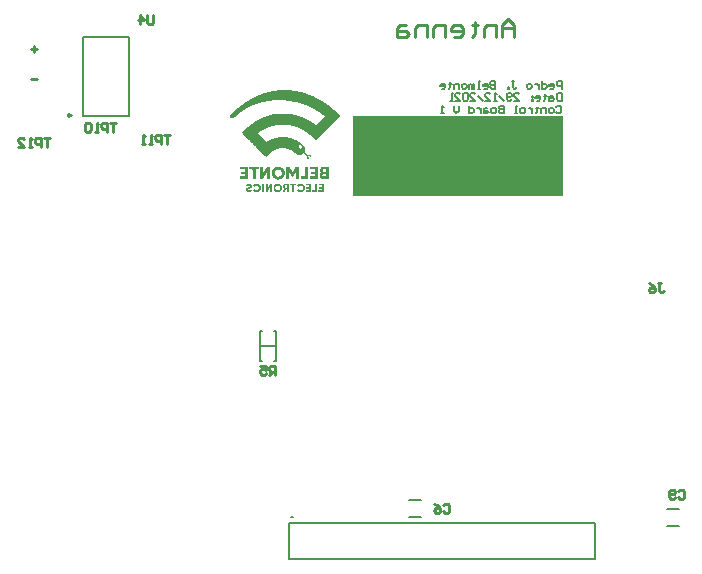
<source format=gbo>
G04*
G04 #@! TF.GenerationSoftware,Altium Limited,Altium Designer,22.0.2 (36)*
G04*
G04 Layer_Color=32896*
%FSLAX25Y25*%
%MOIN*%
G70*
G04*
G04 #@! TF.SameCoordinates,A5FD766F-ED0D-4258-BB47-254A20FAC7F6*
G04*
G04*
G04 #@! TF.FilePolarity,Positive*
G04*
G01*
G75*
%ADD10C,0.00787*%
%ADD11C,0.00984*%
%ADD12C,0.01000*%
%ADD14C,0.00591*%
%ADD93C,0.00700*%
%ADD94R,0.70400X0.27000*%
G36*
X143607Y160329D02*
X144063D01*
Y160284D01*
X144474D01*
Y160238D01*
X145066D01*
Y160193D01*
X145294D01*
Y160147D01*
X145659D01*
Y160101D01*
X145887D01*
Y160056D01*
X146206D01*
Y160010D01*
X146433D01*
Y159965D01*
X146661D01*
Y159919D01*
X146981D01*
Y159873D01*
X147208D01*
Y159828D01*
X147482D01*
Y159782D01*
X147619D01*
Y159737D01*
X147755D01*
Y159691D01*
X148029D01*
Y159646D01*
X148166D01*
Y159600D01*
X148348D01*
Y159554D01*
X148530D01*
Y159509D01*
X148667D01*
Y159463D01*
X148849D01*
Y159418D01*
X148941D01*
Y159372D01*
X149123D01*
Y159327D01*
X149259D01*
Y159281D01*
X149442D01*
Y159235D01*
X149579D01*
Y159190D01*
X149715D01*
Y159144D01*
X149852D01*
Y159099D01*
X149989D01*
Y159053D01*
X150126D01*
Y159007D01*
X150217D01*
Y158962D01*
X150354D01*
Y158916D01*
X150490D01*
Y158871D01*
X150581D01*
Y158825D01*
X150764D01*
Y158780D01*
X150855D01*
Y158734D01*
X150946D01*
Y158688D01*
X151083D01*
Y158643D01*
X151174D01*
Y158597D01*
X151311D01*
Y158552D01*
X151402D01*
Y158506D01*
X151539D01*
Y158460D01*
X151630D01*
Y158415D01*
X151721D01*
Y158369D01*
X151858D01*
Y158324D01*
X151949D01*
Y158278D01*
X152086D01*
Y158232D01*
X152177D01*
Y158187D01*
X152268D01*
Y158141D01*
X152359D01*
Y158096D01*
X152450D01*
Y158050D01*
X152541D01*
Y158005D01*
X152633D01*
Y157959D01*
X152724D01*
Y157913D01*
X152815D01*
Y157868D01*
X152906D01*
Y157822D01*
X153043D01*
Y157777D01*
X153088D01*
Y157731D01*
X153225D01*
Y157686D01*
X153271D01*
Y157640D01*
X153362D01*
Y157594D01*
X153453D01*
Y157549D01*
X153544D01*
Y157503D01*
X153635D01*
Y157458D01*
X153726D01*
Y157412D01*
X153772D01*
Y157367D01*
X153863D01*
Y157321D01*
X153954D01*
Y157275D01*
X154046D01*
Y157230D01*
X154091D01*
Y157184D01*
X154228D01*
Y157139D01*
X154273D01*
Y157093D01*
X154365D01*
Y157047D01*
X154456D01*
Y157002D01*
X154501D01*
Y156956D01*
X154593D01*
Y156911D01*
X154684D01*
Y156865D01*
X154775D01*
Y156819D01*
X154821D01*
Y156774D01*
X154866D01*
Y156728D01*
X155003D01*
Y156683D01*
X155048D01*
Y156637D01*
X155140D01*
Y156592D01*
X155231D01*
Y156546D01*
X155276D01*
Y156500D01*
X155367D01*
Y156455D01*
X155413D01*
Y156409D01*
X155504D01*
Y156364D01*
X155550D01*
Y156318D01*
X155641D01*
Y156273D01*
X155686D01*
Y156227D01*
X155732D01*
Y156181D01*
X155869D01*
Y156136D01*
X155914D01*
Y156090D01*
X156006D01*
Y156045D01*
X156051D01*
Y155999D01*
X156097D01*
Y155954D01*
X156188D01*
Y155908D01*
X156279D01*
Y155862D01*
X156325D01*
Y155817D01*
X156370D01*
Y155771D01*
X156416D01*
Y155726D01*
X156507D01*
Y155680D01*
X156553D01*
Y155634D01*
X156644D01*
Y155589D01*
X156689D01*
Y155543D01*
X156735D01*
Y155498D01*
X156781D01*
Y155452D01*
X156872D01*
Y155406D01*
X156917D01*
Y155361D01*
X157008D01*
Y155315D01*
X157054D01*
Y155270D01*
X157099D01*
Y155224D01*
X157191D01*
Y155179D01*
X157236D01*
Y155133D01*
X157282D01*
Y155087D01*
X157327D01*
Y155042D01*
X157419D01*
Y154996D01*
X157464D01*
Y154951D01*
X157555D01*
Y154905D01*
X157601D01*
Y154859D01*
X157647D01*
Y154814D01*
X157692D01*
Y154768D01*
X157783D01*
Y154723D01*
X157829D01*
Y154677D01*
X157920D01*
Y154632D01*
X157966D01*
Y154586D01*
X158011D01*
Y154541D01*
X158057D01*
Y154495D01*
X158148D01*
Y154449D01*
X158194D01*
Y154404D01*
X158239D01*
Y154358D01*
X158285D01*
Y154313D01*
X158376D01*
Y154267D01*
X158421D01*
Y154221D01*
X158467D01*
Y154176D01*
X158513D01*
Y154130D01*
X158604D01*
Y154085D01*
X158649D01*
Y154039D01*
X158695D01*
Y153993D01*
X158740D01*
Y153948D01*
X158786D01*
Y153902D01*
X158832D01*
Y153857D01*
X158923D01*
Y153811D01*
X158968D01*
Y153766D01*
X159014D01*
Y153720D01*
X159105D01*
Y153674D01*
X159151D01*
Y153629D01*
X159196D01*
Y153583D01*
X159242D01*
Y153538D01*
X159287D01*
Y153492D01*
X159333D01*
Y153446D01*
X159379D01*
Y153401D01*
X159424D01*
Y153355D01*
X159470D01*
Y153310D01*
X159515D01*
Y153264D01*
X159561D01*
Y153219D01*
X159607D01*
Y153173D01*
X159652D01*
Y153127D01*
X159743D01*
Y153082D01*
X159789D01*
Y153036D01*
X159834D01*
Y152991D01*
X159880D01*
Y152945D01*
X159926D01*
Y152900D01*
X159971D01*
Y152854D01*
X160017D01*
Y152808D01*
X160062D01*
Y152763D01*
X160108D01*
Y152717D01*
X160199D01*
Y152672D01*
X160245D01*
Y152626D01*
X160290D01*
Y152580D01*
X160336D01*
Y152535D01*
X160381D01*
Y152489D01*
X160427D01*
Y152444D01*
X160473D01*
Y152398D01*
X160518D01*
Y152352D01*
X160564D01*
Y152307D01*
X160609D01*
Y152261D01*
X160655D01*
Y152216D01*
X160701D01*
Y152170D01*
X160746D01*
Y152125D01*
X160792D01*
Y152079D01*
X160837D01*
Y152033D01*
X160883D01*
Y151988D01*
X160928D01*
Y151942D01*
X160974D01*
Y151897D01*
X161020D01*
Y151806D01*
X161065D01*
Y151532D01*
X161020D01*
Y151441D01*
X160974D01*
Y151395D01*
X160928D01*
Y151304D01*
X160837D01*
Y151213D01*
X160746D01*
Y151122D01*
X160701D01*
Y151076D01*
X160609D01*
Y150985D01*
X160518D01*
Y150894D01*
X160473D01*
Y150848D01*
X160381D01*
Y150757D01*
X160290D01*
Y150666D01*
X160199D01*
Y150575D01*
X160153D01*
Y150529D01*
X160062D01*
Y150438D01*
X159971D01*
Y150347D01*
X159880D01*
Y150301D01*
X159834D01*
Y150210D01*
X159743D01*
Y150119D01*
X159652D01*
Y150028D01*
X159561D01*
Y149982D01*
X159515D01*
Y149891D01*
X159424D01*
Y149800D01*
X159333D01*
Y149754D01*
X159287D01*
Y149663D01*
X159196D01*
Y149572D01*
X159105D01*
Y149527D01*
X159060D01*
Y149481D01*
X159014D01*
Y149435D01*
X158968D01*
Y149344D01*
X158877D01*
Y149299D01*
X158832D01*
Y149253D01*
X158786D01*
Y149207D01*
X158740D01*
Y149162D01*
X158695D01*
Y149116D01*
X158649D01*
Y149025D01*
X158558D01*
Y148979D01*
X158513D01*
Y148934D01*
X158467D01*
Y148888D01*
X158421D01*
Y148843D01*
X158376D01*
Y148797D01*
X158330D01*
Y148752D01*
X158285D01*
Y148706D01*
X158239D01*
Y148661D01*
X158194D01*
Y148615D01*
X158148D01*
Y148569D01*
X158102D01*
Y148524D01*
X158057D01*
Y148478D01*
X158011D01*
Y148433D01*
X157966D01*
Y148387D01*
X157920D01*
Y148341D01*
X157874D01*
Y148296D01*
X157829D01*
Y148250D01*
X157783D01*
Y148205D01*
X157738D01*
Y148159D01*
X157692D01*
Y148114D01*
X157647D01*
Y148068D01*
X157601D01*
Y148022D01*
X157555D01*
Y147977D01*
X157510D01*
Y147931D01*
X157464D01*
Y147886D01*
X157419D01*
Y147840D01*
X157373D01*
Y147794D01*
X157327D01*
Y147749D01*
X157282D01*
Y147703D01*
X157236D01*
Y147658D01*
X157191D01*
Y147612D01*
X157145D01*
Y147566D01*
X157099D01*
Y147521D01*
X157054D01*
Y147475D01*
X157008D01*
Y147430D01*
X156963D01*
Y147384D01*
X156917D01*
Y147339D01*
X156872D01*
Y147293D01*
X156826D01*
Y147247D01*
X156781D01*
Y147202D01*
X156735D01*
Y147156D01*
X156689D01*
Y147111D01*
X156644D01*
Y147065D01*
X156598D01*
Y147020D01*
X156553D01*
Y146974D01*
X156507D01*
Y146928D01*
X156461D01*
Y146883D01*
X156416D01*
Y146837D01*
X156370D01*
Y146792D01*
X156325D01*
Y146746D01*
X156279D01*
Y146701D01*
X156234D01*
Y146655D01*
X156188D01*
Y146609D01*
X156142D01*
Y146564D01*
X156097D01*
Y146518D01*
X156051D01*
Y146473D01*
X156006D01*
Y146427D01*
X155960D01*
Y146381D01*
X155914D01*
Y146336D01*
X155869D01*
Y146290D01*
X155823D01*
Y146245D01*
X155778D01*
Y146199D01*
X155732D01*
Y146153D01*
X155686D01*
Y146108D01*
X155641D01*
Y146062D01*
X155595D01*
Y146017D01*
X155550D01*
Y145971D01*
X155504D01*
Y145926D01*
X155459D01*
Y145880D01*
X155413D01*
Y145834D01*
X155367D01*
Y145789D01*
X155322D01*
Y145743D01*
X155276D01*
Y145698D01*
X155231D01*
Y145652D01*
X155185D01*
Y145607D01*
X155140D01*
Y145561D01*
X155094D01*
Y145515D01*
X155048D01*
Y145470D01*
X155003D01*
Y145424D01*
X154957D01*
Y145379D01*
X154912D01*
Y145333D01*
X154866D01*
Y145287D01*
X154821D01*
Y145242D01*
X154775D01*
Y145196D01*
X154729D01*
Y145151D01*
X154684D01*
Y145105D01*
X154638D01*
Y145060D01*
X154593D01*
Y145014D01*
X154547D01*
Y144968D01*
X154501D01*
Y144923D01*
X154456D01*
Y144877D01*
X154410D01*
Y144832D01*
X154365D01*
Y144786D01*
X154319D01*
Y144740D01*
X154273D01*
Y144695D01*
X154228D01*
Y144649D01*
X154182D01*
Y144604D01*
X154137D01*
Y144558D01*
X154091D01*
Y144513D01*
X154046D01*
Y144467D01*
X154000D01*
Y144421D01*
X153954D01*
Y144376D01*
X153909D01*
Y144330D01*
X153863D01*
Y144285D01*
X153818D01*
Y144239D01*
X153772D01*
Y144193D01*
X153726D01*
Y144148D01*
X153681D01*
Y144102D01*
X153635D01*
Y144057D01*
X153590D01*
Y144011D01*
X153544D01*
Y143966D01*
X153499D01*
Y143920D01*
X153453D01*
Y143874D01*
X153407D01*
Y143829D01*
X153362D01*
Y143783D01*
X153316D01*
Y143738D01*
X153225D01*
Y143692D01*
X153134D01*
Y143647D01*
X152952D01*
Y143692D01*
X152860D01*
Y143738D01*
X152815D01*
Y143783D01*
X152724D01*
Y143829D01*
X152678D01*
Y143874D01*
X152633D01*
Y143920D01*
X152587D01*
Y143966D01*
X152541D01*
Y144011D01*
X152496D01*
Y144057D01*
X152450D01*
Y144102D01*
X152405D01*
Y144148D01*
X152359D01*
Y144193D01*
X152313D01*
Y144239D01*
X152268D01*
Y144285D01*
X152222D01*
Y144330D01*
X152177D01*
Y144376D01*
X152131D01*
Y144421D01*
X152086D01*
Y144467D01*
X152040D01*
Y144513D01*
X151994D01*
Y144558D01*
X151949D01*
Y144604D01*
X151903D01*
Y144649D01*
X151812D01*
Y144695D01*
X151767D01*
Y144740D01*
X151721D01*
Y144786D01*
X151675D01*
Y144832D01*
X151630D01*
Y144877D01*
X151584D01*
Y144923D01*
X151539D01*
Y144968D01*
X151493D01*
Y145014D01*
X151447D01*
Y145060D01*
X151356D01*
Y145105D01*
X151311D01*
Y145151D01*
X151265D01*
Y145196D01*
X151219D01*
Y145242D01*
X151174D01*
Y145287D01*
X151083D01*
Y145333D01*
X151037D01*
Y145379D01*
X150992D01*
Y145424D01*
X150946D01*
Y145470D01*
X150900D01*
Y145515D01*
X150809D01*
Y145561D01*
X150764D01*
Y145607D01*
X150673D01*
Y145652D01*
X150627D01*
Y145698D01*
X150581D01*
Y145743D01*
X150536D01*
Y145789D01*
X150490D01*
Y145834D01*
X150399D01*
Y145880D01*
X150354D01*
Y145926D01*
X150308D01*
Y145971D01*
X150217D01*
Y146017D01*
X150171D01*
Y146062D01*
X150126D01*
Y146108D01*
X150080D01*
Y146153D01*
X149989D01*
Y146199D01*
X149943D01*
Y146245D01*
X149898D01*
Y146290D01*
X149806D01*
Y146336D01*
X149715D01*
Y146381D01*
X149670D01*
Y146427D01*
X149579D01*
Y146473D01*
X149533D01*
Y146518D01*
X149442D01*
Y146564D01*
X149396D01*
Y146609D01*
X149305D01*
Y146655D01*
X149259D01*
Y146701D01*
X149168D01*
Y146746D01*
X149123D01*
Y146792D01*
X149032D01*
Y146837D01*
X148941D01*
Y146883D01*
X148895D01*
Y146928D01*
X148804D01*
Y146974D01*
X148713D01*
Y147020D01*
X148667D01*
Y147065D01*
X148576D01*
Y147111D01*
X148485D01*
Y147156D01*
X148393D01*
Y147202D01*
X148348D01*
Y147247D01*
X148257D01*
Y147293D01*
X148166D01*
Y147339D01*
X148074D01*
Y147384D01*
X147983D01*
Y147430D01*
X147892D01*
Y147475D01*
X147755D01*
Y147521D01*
X147664D01*
Y147566D01*
X147619D01*
Y147612D01*
X147482D01*
Y147658D01*
X147391D01*
Y147703D01*
X147254D01*
Y147749D01*
X147208D01*
Y147794D01*
X147072D01*
Y147840D01*
X146981D01*
Y147886D01*
X146889D01*
Y147931D01*
X146707D01*
Y147977D01*
X146616D01*
Y148022D01*
X146479D01*
Y148068D01*
X146342D01*
Y148114D01*
X146251D01*
Y148159D01*
X146069D01*
Y148205D01*
X145978D01*
Y148250D01*
X145841D01*
Y148296D01*
X145659D01*
Y148341D01*
X145476D01*
Y148387D01*
X145294D01*
Y148433D01*
X145157D01*
Y148478D01*
X144884D01*
Y148524D01*
X144793D01*
Y148569D01*
X144519D01*
Y148615D01*
X144246D01*
Y148661D01*
X144063D01*
Y148706D01*
X143607D01*
Y148752D01*
X143379D01*
Y148797D01*
X142559D01*
Y148843D01*
X141283D01*
Y148797D01*
X140462D01*
Y148752D01*
X140189D01*
Y148706D01*
X139870D01*
Y148661D01*
X139642D01*
Y148615D01*
X139505D01*
Y148569D01*
X139186D01*
Y148524D01*
X139004D01*
Y148478D01*
X138730D01*
Y148433D01*
X138639D01*
Y148387D01*
X138457D01*
Y148341D01*
X138274D01*
Y148296D01*
X138183D01*
Y148250D01*
X137955D01*
Y148205D01*
X137864D01*
Y148159D01*
X137682D01*
Y148114D01*
X137545D01*
Y148068D01*
X137408D01*
Y148022D01*
X137272D01*
Y147977D01*
X137180D01*
Y147931D01*
X137044D01*
Y147886D01*
X136953D01*
Y147840D01*
X136816D01*
Y147794D01*
X136725D01*
Y147749D01*
X136634D01*
Y147703D01*
X136497D01*
Y147658D01*
X136406D01*
Y147612D01*
X136269D01*
Y147566D01*
X136178D01*
Y147521D01*
X136041D01*
Y147475D01*
X135995D01*
Y147430D01*
X135904D01*
Y147384D01*
X135813D01*
Y147339D01*
X135722D01*
Y147293D01*
X135631D01*
Y147247D01*
X135539D01*
Y147202D01*
X135494D01*
Y147156D01*
X135357D01*
Y147111D01*
X135312D01*
Y147065D01*
X135221D01*
Y147020D01*
X135129D01*
Y146974D01*
X135084D01*
Y146928D01*
X134993D01*
Y146883D01*
X134901D01*
Y146837D01*
X134810D01*
Y146792D01*
X134765D01*
Y146746D01*
X134674D01*
Y146701D01*
X134582D01*
Y146655D01*
X134537D01*
Y146609D01*
X134491D01*
Y146564D01*
X134400D01*
Y146518D01*
X134309D01*
Y146473D01*
X134263D01*
Y146427D01*
X134218D01*
Y146381D01*
X134126D01*
Y146336D01*
X134081D01*
Y146290D01*
X133944D01*
Y146245D01*
X133899D01*
Y146199D01*
X133853D01*
Y146153D01*
X133762D01*
Y146108D01*
X133716D01*
Y146062D01*
X133671D01*
Y145971D01*
X133716D01*
Y145926D01*
X133762D01*
Y145880D01*
X133807D01*
Y145834D01*
X133853D01*
Y145789D01*
X133899D01*
Y145743D01*
X133944D01*
Y145698D01*
X133990D01*
Y145652D01*
X134035D01*
Y145607D01*
X134081D01*
Y145561D01*
X134126D01*
Y145515D01*
X134172D01*
Y145470D01*
X134218D01*
Y145424D01*
X134263D01*
Y145379D01*
X134309D01*
Y145333D01*
X134354D01*
Y145287D01*
X134400D01*
Y145242D01*
X134446D01*
Y145196D01*
X134491D01*
Y145151D01*
X134537D01*
Y145105D01*
X134582D01*
Y145060D01*
X134628D01*
Y145014D01*
X134674D01*
Y144968D01*
X134719D01*
Y144923D01*
X134765D01*
Y144877D01*
X134810D01*
Y144832D01*
X134856D01*
Y144786D01*
X134901D01*
Y144740D01*
X134947D01*
Y144695D01*
X134993D01*
Y144649D01*
X135038D01*
Y144604D01*
X135084D01*
Y144558D01*
X135129D01*
Y144513D01*
X135175D01*
Y144467D01*
X135221D01*
Y144421D01*
X135266D01*
Y144376D01*
X135312D01*
Y144330D01*
X135357D01*
Y144285D01*
X135403D01*
Y144239D01*
X135448D01*
Y144193D01*
X135494D01*
Y144148D01*
X135539D01*
Y144102D01*
X135585D01*
Y144057D01*
X135631D01*
Y144011D01*
X135676D01*
Y143966D01*
X135722D01*
Y143920D01*
X135767D01*
Y143874D01*
X135813D01*
Y143829D01*
X135859D01*
Y143783D01*
X135904D01*
Y143738D01*
X135950D01*
Y143692D01*
X135995D01*
Y143647D01*
X136041D01*
Y143601D01*
X136086D01*
Y143555D01*
X136132D01*
Y143510D01*
X136178D01*
Y143464D01*
X136223D01*
Y143419D01*
X136269D01*
Y143373D01*
X136314D01*
Y143327D01*
X136360D01*
Y143282D01*
X136406D01*
Y143236D01*
X136451D01*
Y143191D01*
X136497D01*
Y143145D01*
X136725D01*
Y143191D01*
X136816D01*
Y143236D01*
X136861D01*
Y143282D01*
X136953D01*
Y143327D01*
X136998D01*
Y143373D01*
X137089D01*
Y143419D01*
X137180D01*
Y143464D01*
X137226D01*
Y143510D01*
X137317D01*
Y143555D01*
X137408D01*
Y143601D01*
X137545D01*
Y143647D01*
X137636D01*
Y143692D01*
X137727D01*
Y143738D01*
X137819D01*
Y143783D01*
X137910D01*
Y143829D01*
X138001D01*
Y143874D01*
X138092D01*
Y143920D01*
X138229D01*
Y143966D01*
X138366D01*
Y144011D01*
X138457D01*
Y144057D01*
X138593D01*
Y144102D01*
X138730D01*
Y144148D01*
X138821D01*
Y144193D01*
X139004D01*
Y144239D01*
X139140D01*
Y144285D01*
X139323D01*
Y144330D01*
X139460D01*
Y144376D01*
X139687D01*
Y144421D01*
X139870D01*
Y144467D01*
X140052D01*
Y144513D01*
X140326D01*
Y144558D01*
X140508D01*
Y144604D01*
X140964D01*
Y144649D01*
X141237D01*
Y144695D01*
X142286D01*
Y144649D01*
X143015D01*
Y144604D01*
X143471D01*
Y144558D01*
X143744D01*
Y144513D01*
X143972D01*
Y144467D01*
X144154D01*
Y144421D01*
X144291D01*
Y144376D01*
X144519D01*
Y144330D01*
X144656D01*
Y144285D01*
X144793D01*
Y144239D01*
X144929D01*
Y144193D01*
X145066D01*
Y144148D01*
X145248D01*
Y144102D01*
X145340D01*
Y144057D01*
X145476D01*
Y144011D01*
X145613D01*
Y143966D01*
X145704D01*
Y143920D01*
X145795D01*
Y143874D01*
X145887D01*
Y143829D01*
X146023D01*
Y143783D01*
X146114D01*
Y143738D01*
X146251D01*
Y143692D01*
X146297D01*
Y143647D01*
X146388D01*
Y143601D01*
X146479D01*
Y143555D01*
X146570D01*
Y143510D01*
X146661D01*
Y143464D01*
X146753D01*
Y143419D01*
X146844D01*
Y143373D01*
X146935D01*
Y143327D01*
X146981D01*
Y143282D01*
X147072D01*
Y143236D01*
X147163D01*
Y143191D01*
X147208D01*
Y143145D01*
X147254D01*
Y143099D01*
X147345D01*
Y143054D01*
X147436D01*
Y143008D01*
X147527D01*
Y142963D01*
X147573D01*
Y142917D01*
X147619D01*
Y142872D01*
X147664D01*
Y142826D01*
X147755D01*
Y142780D01*
X147801D01*
Y142735D01*
X147892D01*
Y142689D01*
X147938D01*
Y142644D01*
X147983D01*
Y142598D01*
X148029D01*
Y142552D01*
X148120D01*
Y142507D01*
X148166D01*
Y142461D01*
X148211D01*
Y142416D01*
X148257D01*
Y142370D01*
X148348D01*
Y142325D01*
X148393D01*
Y142279D01*
X148439D01*
Y142234D01*
X148485D01*
Y142188D01*
X148530D01*
Y142142D01*
X148576D01*
Y142097D01*
X148621D01*
Y142051D01*
X148667D01*
Y142006D01*
X148713D01*
Y141960D01*
X148758D01*
Y141914D01*
X148804D01*
Y141869D01*
X148895D01*
Y141778D01*
X148941D01*
Y141732D01*
X148986D01*
Y141686D01*
X149032D01*
Y141595D01*
X149077D01*
Y141504D01*
X149123D01*
Y141459D01*
X149168D01*
Y141322D01*
X149214D01*
Y141231D01*
X149259D01*
Y141094D01*
X149305D01*
Y140912D01*
X149351D01*
Y140593D01*
X149396D01*
Y140501D01*
X149351D01*
Y140091D01*
X149305D01*
Y139954D01*
X149259D01*
Y139818D01*
X149214D01*
Y139726D01*
X149168D01*
Y139635D01*
X149214D01*
Y139590D01*
X149259D01*
Y139544D01*
X149305D01*
Y139499D01*
X149351D01*
Y139453D01*
X149442D01*
Y139407D01*
X149487D01*
Y139362D01*
X149533D01*
Y139316D01*
X149579D01*
Y139271D01*
X149624D01*
Y139225D01*
X149715D01*
Y139180D01*
X149761D01*
Y139134D01*
X149806D01*
Y139088D01*
X149852D01*
Y139043D01*
X149943D01*
Y138997D01*
X149989D01*
Y138952D01*
X150034D01*
Y138906D01*
X150080D01*
Y138860D01*
X150217D01*
Y138815D01*
X150490D01*
Y138769D01*
X150718D01*
Y138724D01*
X150946D01*
Y138678D01*
X151219D01*
Y138633D01*
X151402D01*
Y138587D01*
X151447D01*
Y138541D01*
X151493D01*
Y138496D01*
X151539D01*
Y138359D01*
X151493D01*
Y138313D01*
X151447D01*
Y138222D01*
X151402D01*
Y138177D01*
X151083D01*
Y138222D01*
X150855D01*
Y138268D01*
X150627D01*
Y138313D01*
X150490D01*
Y138268D01*
X150445D01*
Y138086D01*
X150490D01*
Y137994D01*
X150536D01*
Y137858D01*
X150581D01*
Y137721D01*
X150627D01*
Y137630D01*
X150673D01*
Y137447D01*
X150718D01*
Y137356D01*
X150673D01*
Y137265D01*
X150627D01*
Y137220D01*
X150354D01*
Y137265D01*
X150308D01*
Y137311D01*
X150262D01*
Y137402D01*
X150217D01*
Y137493D01*
X150171D01*
Y137630D01*
X150126D01*
Y137767D01*
X150080D01*
Y137858D01*
X150034D01*
Y137994D01*
X149989D01*
Y138131D01*
X149943D01*
Y138268D01*
X149898D01*
Y138359D01*
X149852D01*
Y138496D01*
X149806D01*
Y138541D01*
X149761D01*
Y138587D01*
X149715D01*
Y138633D01*
X149624D01*
Y138678D01*
X149579D01*
Y138724D01*
X149533D01*
Y138769D01*
X149442D01*
Y138815D01*
X149396D01*
Y138860D01*
X149351D01*
Y138906D01*
X149305D01*
Y138952D01*
X149214D01*
Y138997D01*
X149168D01*
Y139043D01*
X149123D01*
Y139088D01*
X149077D01*
Y139134D01*
X149032D01*
Y139180D01*
X148941D01*
Y139225D01*
X148895D01*
Y139271D01*
X148758D01*
Y139225D01*
X148713D01*
Y139180D01*
X148667D01*
Y139134D01*
X148621D01*
Y139088D01*
X148576D01*
Y139043D01*
X148485D01*
Y138997D01*
X148439D01*
Y138952D01*
X148302D01*
Y138906D01*
X148257D01*
Y138860D01*
X148074D01*
Y138815D01*
X147938D01*
Y138769D01*
X147801D01*
Y138724D01*
X147117D01*
Y138769D01*
X146981D01*
Y138815D01*
X146844D01*
Y138860D01*
X146707D01*
Y138906D01*
X146661D01*
Y138952D01*
X146525D01*
Y138997D01*
X146479D01*
Y139043D01*
X146433D01*
Y139088D01*
X146388D01*
Y139134D01*
X146342D01*
Y139180D01*
X146297D01*
Y139225D01*
X146251D01*
Y139271D01*
X146160D01*
Y139316D01*
X146114D01*
Y139362D01*
X146069D01*
Y139407D01*
X145978D01*
Y139453D01*
X145932D01*
Y139499D01*
X145887D01*
Y139544D01*
X145841D01*
Y139590D01*
X145750D01*
Y139635D01*
X145704D01*
Y139681D01*
X145659D01*
Y139726D01*
X145613D01*
Y139772D01*
X145567D01*
Y139818D01*
X145476D01*
Y139863D01*
X145385D01*
Y139909D01*
X145340D01*
Y139954D01*
X145248D01*
Y140000D01*
X145203D01*
Y140046D01*
X145112D01*
Y140091D01*
X145066D01*
Y140137D01*
X144975D01*
Y140182D01*
X144929D01*
Y140228D01*
X144838D01*
Y140273D01*
X144747D01*
Y140319D01*
X144656D01*
Y140365D01*
X144519D01*
Y140410D01*
X144428D01*
Y140456D01*
X144337D01*
Y140501D01*
X144246D01*
Y140547D01*
X144154D01*
Y140593D01*
X144018D01*
Y140638D01*
X143881D01*
Y140684D01*
X143699D01*
Y140729D01*
X143516D01*
Y140775D01*
X143425D01*
Y140821D01*
X143152D01*
Y140866D01*
X142969D01*
Y140912D01*
X142605D01*
Y140957D01*
X141921D01*
Y141003D01*
X141602D01*
Y140957D01*
X141283D01*
Y140912D01*
X140781D01*
Y140866D01*
X140645D01*
Y140821D01*
X140417D01*
Y140775D01*
X140280D01*
Y140729D01*
X140098D01*
Y140684D01*
X139961D01*
Y140638D01*
X139870D01*
Y140593D01*
X139733D01*
Y140547D01*
X139642D01*
Y140501D01*
X139505D01*
Y140456D01*
X139414D01*
Y140410D01*
X139323D01*
Y140365D01*
X139186D01*
Y140319D01*
X139140D01*
Y140273D01*
X139004D01*
Y140228D01*
X138958D01*
Y140182D01*
X138867D01*
Y140137D01*
X138821D01*
Y140091D01*
X138776D01*
Y140046D01*
X138685D01*
Y140000D01*
X138639D01*
Y139954D01*
X138548D01*
Y139909D01*
X138502D01*
Y139863D01*
X138457D01*
Y139818D01*
X138366D01*
Y139772D01*
X138320D01*
Y139726D01*
X138229D01*
Y139681D01*
X138183D01*
Y139635D01*
X138138D01*
Y139590D01*
X138092D01*
Y139544D01*
X138047D01*
Y139499D01*
X138001D01*
Y139453D01*
X137955D01*
Y139407D01*
X137910D01*
Y139362D01*
X137864D01*
Y139316D01*
X137819D01*
Y139271D01*
X137773D01*
Y139225D01*
X137727D01*
Y139180D01*
X137682D01*
Y139134D01*
X137636D01*
Y139088D01*
X137591D01*
Y139043D01*
X137499D01*
Y138997D01*
X137454D01*
Y138952D01*
X137408D01*
Y138906D01*
X137363D01*
Y138860D01*
X137317D01*
Y138815D01*
X137272D01*
Y138769D01*
X137226D01*
Y138724D01*
X137180D01*
Y138678D01*
X137135D01*
Y138633D01*
X137089D01*
Y138587D01*
X137044D01*
Y138541D01*
X136998D01*
Y138496D01*
X136953D01*
Y138450D01*
X136907D01*
Y138405D01*
X136861D01*
Y138359D01*
X136816D01*
Y138313D01*
X136770D01*
Y138268D01*
X136725D01*
Y138222D01*
X136679D01*
Y138177D01*
X136588D01*
Y138131D01*
X136451D01*
Y138086D01*
X136406D01*
Y138131D01*
X136269D01*
Y138177D01*
X136178D01*
Y138222D01*
X136132D01*
Y138268D01*
X136086D01*
Y138313D01*
X136041D01*
Y138359D01*
X135995D01*
Y138405D01*
X135950D01*
Y138450D01*
X135904D01*
Y138496D01*
X135859D01*
Y138541D01*
X135813D01*
Y138587D01*
X135767D01*
Y138633D01*
X135722D01*
Y138678D01*
X135676D01*
Y138724D01*
X135631D01*
Y138769D01*
X135585D01*
Y138815D01*
X135539D01*
Y138860D01*
X135494D01*
Y138906D01*
X135448D01*
Y138952D01*
X135403D01*
Y138997D01*
X135357D01*
Y139043D01*
X135312D01*
Y139088D01*
X135266D01*
Y139134D01*
X135221D01*
Y139180D01*
X135175D01*
Y139225D01*
X135129D01*
Y139271D01*
X135084D01*
Y139316D01*
X135038D01*
Y139362D01*
X134993D01*
Y139407D01*
X134947D01*
Y139453D01*
X134901D01*
Y139499D01*
X134856D01*
Y139544D01*
X134810D01*
Y139590D01*
X134765D01*
Y139635D01*
X134719D01*
Y139681D01*
X134674D01*
Y139726D01*
X134628D01*
Y139772D01*
X134582D01*
Y139818D01*
X134537D01*
Y139863D01*
X134491D01*
Y139909D01*
X134446D01*
Y139954D01*
X134400D01*
Y140000D01*
X134354D01*
Y140046D01*
X134309D01*
Y140091D01*
X134263D01*
Y140137D01*
X134218D01*
Y140182D01*
X134172D01*
Y140228D01*
X134126D01*
Y140273D01*
X134081D01*
Y140319D01*
X134035D01*
Y140365D01*
X133990D01*
Y140410D01*
X133944D01*
Y140456D01*
X133899D01*
Y140501D01*
X133853D01*
Y140547D01*
X133807D01*
Y140593D01*
X133762D01*
Y140638D01*
X133716D01*
Y140684D01*
X133671D01*
Y140729D01*
X133625D01*
Y140775D01*
X133580D01*
Y140821D01*
X133534D01*
Y140866D01*
X133488D01*
Y140912D01*
X133443D01*
Y140957D01*
X133397D01*
Y141003D01*
X133352D01*
Y141048D01*
X133306D01*
Y141094D01*
X133261D01*
Y141139D01*
X133215D01*
Y141185D01*
X133169D01*
Y141231D01*
X133124D01*
Y141276D01*
X133078D01*
Y141322D01*
X133033D01*
Y141367D01*
X132987D01*
Y141413D01*
X132941D01*
Y141459D01*
X132896D01*
Y141504D01*
X132850D01*
Y141550D01*
X132805D01*
Y141595D01*
X132759D01*
Y141641D01*
X132713D01*
Y141686D01*
X132668D01*
Y141732D01*
X132622D01*
Y141778D01*
X132577D01*
Y141823D01*
X132531D01*
Y141869D01*
X132486D01*
Y141914D01*
X132440D01*
Y141960D01*
X132394D01*
Y142006D01*
X132349D01*
Y142051D01*
X132303D01*
Y142097D01*
X132258D01*
Y142142D01*
X132212D01*
Y142188D01*
X132167D01*
Y142234D01*
X132121D01*
Y142279D01*
X132075D01*
Y142325D01*
X132030D01*
Y142370D01*
X131984D01*
Y142416D01*
X131939D01*
Y142461D01*
X131893D01*
Y142507D01*
X131847D01*
Y142552D01*
X131802D01*
Y142598D01*
X131756D01*
Y142644D01*
X131711D01*
Y142689D01*
X131665D01*
Y142735D01*
X131620D01*
Y142780D01*
X131574D01*
Y142826D01*
X131528D01*
Y142872D01*
X131483D01*
Y142917D01*
X131437D01*
Y142963D01*
X131392D01*
Y143008D01*
X131346D01*
Y143054D01*
X131300D01*
Y143099D01*
X131255D01*
Y143145D01*
X131209D01*
Y143191D01*
X131164D01*
Y143236D01*
X131118D01*
Y143282D01*
X131073D01*
Y143327D01*
X131027D01*
Y143373D01*
X130981D01*
Y143419D01*
X130936D01*
Y143464D01*
X130890D01*
Y143510D01*
X130845D01*
Y143555D01*
X130799D01*
Y143601D01*
X130754D01*
Y143647D01*
X130708D01*
Y143692D01*
X130662D01*
Y143738D01*
X130617D01*
Y143783D01*
X130571D01*
Y143829D01*
X130526D01*
Y143874D01*
X130480D01*
Y143920D01*
X130434D01*
Y143966D01*
X130389D01*
Y144011D01*
X130343D01*
Y144057D01*
X130298D01*
Y144102D01*
X130252D01*
Y144148D01*
X130207D01*
Y144193D01*
X130161D01*
Y144239D01*
X130115D01*
Y144285D01*
X130070D01*
Y144330D01*
X130024D01*
Y144376D01*
X129979D01*
Y144421D01*
X129933D01*
Y144467D01*
X129887D01*
Y144513D01*
X129842D01*
Y144558D01*
X129796D01*
Y144604D01*
X129751D01*
Y144649D01*
X129705D01*
Y144695D01*
X129659D01*
Y144740D01*
X129614D01*
Y144786D01*
X129568D01*
Y144832D01*
X129523D01*
Y144877D01*
X129477D01*
Y144968D01*
X129386D01*
Y145014D01*
X129341D01*
Y145060D01*
X129295D01*
Y145105D01*
X129249D01*
Y145151D01*
X129204D01*
Y145196D01*
X129158D01*
Y145287D01*
X129067D01*
Y145333D01*
X129021D01*
Y145379D01*
X128976D01*
Y145424D01*
X128930D01*
Y145515D01*
X128839D01*
Y145561D01*
X128794D01*
Y145607D01*
X128748D01*
Y145652D01*
X128702D01*
Y145743D01*
X128611D01*
Y145834D01*
X128566D01*
Y145880D01*
X128520D01*
Y145926D01*
X128474D01*
Y146062D01*
X128429D01*
Y146199D01*
X128474D01*
Y146336D01*
X128520D01*
Y146381D01*
X128566D01*
Y146473D01*
X128611D01*
Y146518D01*
X128657D01*
Y146564D01*
X128702D01*
Y146609D01*
X128794D01*
Y146655D01*
X128839D01*
Y146701D01*
X128885D01*
Y146746D01*
X128930D01*
Y146792D01*
X128976D01*
Y146837D01*
X129021D01*
Y146883D01*
X129067D01*
Y146928D01*
X129113D01*
Y146974D01*
X129158D01*
Y147020D01*
X129204D01*
Y147065D01*
X129249D01*
Y147111D01*
X129295D01*
Y147156D01*
X129341D01*
Y147202D01*
X129386D01*
Y147247D01*
X129477D01*
Y147339D01*
X129568D01*
Y147430D01*
X129659D01*
Y147475D01*
X129705D01*
Y147521D01*
X129751D01*
Y147566D01*
X129796D01*
Y147612D01*
X129842D01*
Y147658D01*
X129887D01*
Y147703D01*
X129933D01*
Y147749D01*
X129979D01*
Y147794D01*
X130070D01*
Y147840D01*
X130115D01*
Y147886D01*
X130161D01*
Y147931D01*
X130207D01*
Y147977D01*
X130298D01*
Y148022D01*
X130343D01*
Y148068D01*
X130389D01*
Y148114D01*
X130434D01*
Y148159D01*
X130480D01*
Y148205D01*
X130526D01*
Y148250D01*
X130571D01*
Y148296D01*
X130662D01*
Y148341D01*
X130708D01*
Y148387D01*
X130754D01*
Y148433D01*
X130799D01*
Y148478D01*
X130845D01*
Y148524D01*
X130936D01*
Y148569D01*
X130981D01*
Y148615D01*
X131027D01*
Y148661D01*
X131118D01*
Y148706D01*
X131164D01*
Y148752D01*
X131209D01*
Y148797D01*
X131300D01*
Y148843D01*
X131346D01*
Y148888D01*
X131437D01*
Y148934D01*
X131483D01*
Y148979D01*
X131528D01*
Y149025D01*
X131574D01*
Y149071D01*
X131665D01*
Y149116D01*
X131711D01*
Y149162D01*
X131802D01*
Y149207D01*
X131847D01*
Y149253D01*
X131893D01*
Y149299D01*
X131984D01*
Y149344D01*
X132030D01*
Y149390D01*
X132075D01*
Y149435D01*
X132121D01*
Y149481D01*
X132212D01*
Y149527D01*
X132303D01*
Y149572D01*
X132349D01*
Y149618D01*
X132394D01*
Y149663D01*
X132486D01*
Y149709D01*
X132577D01*
Y149754D01*
X132668D01*
Y149800D01*
X132713D01*
Y149846D01*
X132805D01*
Y149891D01*
X132896D01*
Y149937D01*
X132941D01*
Y149982D01*
X133033D01*
Y150028D01*
X133078D01*
Y150074D01*
X133169D01*
Y150119D01*
X133261D01*
Y150165D01*
X133306D01*
Y150210D01*
X133397D01*
Y150256D01*
X133488D01*
Y150301D01*
X133534D01*
Y150347D01*
X133625D01*
Y150393D01*
X133716D01*
Y150438D01*
X133807D01*
Y150484D01*
X133899D01*
Y150529D01*
X133990D01*
Y150575D01*
X134035D01*
Y150620D01*
X134172D01*
Y150666D01*
X134218D01*
Y150712D01*
X134354D01*
Y150757D01*
X134400D01*
Y150803D01*
X134491D01*
Y150848D01*
X134582D01*
Y150894D01*
X134674D01*
Y150940D01*
X134765D01*
Y150985D01*
X134856D01*
Y151031D01*
X134901D01*
Y151076D01*
X135038D01*
Y151122D01*
X135129D01*
Y151167D01*
X135266D01*
Y151213D01*
X135357D01*
Y151259D01*
X135494D01*
Y151304D01*
X135631D01*
Y151350D01*
X135722D01*
Y151395D01*
X135859D01*
Y151441D01*
X135950D01*
Y151487D01*
X136086D01*
Y151532D01*
X136178D01*
Y151578D01*
X136314D01*
Y151623D01*
X136406D01*
Y151669D01*
X136588D01*
Y151714D01*
X136770D01*
Y151760D01*
X136861D01*
Y151806D01*
X137044D01*
Y151851D01*
X137180D01*
Y151897D01*
X137317D01*
Y151942D01*
X137545D01*
Y151988D01*
X137636D01*
Y152033D01*
X137819D01*
Y152079D01*
X137955D01*
Y152125D01*
X138138D01*
Y152170D01*
X138502D01*
Y152216D01*
X138685D01*
Y152261D01*
X139049D01*
Y152307D01*
X139277D01*
Y152352D01*
X139505D01*
Y152398D01*
X140098D01*
Y152444D01*
X140553D01*
Y152489D01*
X141283D01*
Y152535D01*
X142012D01*
Y152489D01*
X143516D01*
Y152444D01*
X143790D01*
Y152398D01*
X144200D01*
Y152352D01*
X144565D01*
Y152307D01*
X144884D01*
Y152261D01*
X145203D01*
Y152216D01*
X145340D01*
Y152170D01*
X145567D01*
Y152125D01*
X145795D01*
Y152079D01*
X145932D01*
Y152033D01*
X146206D01*
Y151988D01*
X146388D01*
Y151942D01*
X146570D01*
Y151897D01*
X146753D01*
Y151851D01*
X146889D01*
Y151806D01*
X147026D01*
Y151760D01*
X147163D01*
Y151714D01*
X147300D01*
Y151669D01*
X147391D01*
Y151623D01*
X147527D01*
Y151578D01*
X147664D01*
Y151532D01*
X147801D01*
Y151487D01*
X147983D01*
Y151441D01*
X148074D01*
Y151395D01*
X148211D01*
Y151350D01*
X148348D01*
Y151304D01*
X148439D01*
Y151259D01*
X148576D01*
Y151213D01*
X148667D01*
Y151167D01*
X148758D01*
Y151122D01*
X148895D01*
Y151076D01*
X148986D01*
Y151031D01*
X149077D01*
Y150985D01*
X149168D01*
Y150940D01*
X149305D01*
Y150894D01*
X149351D01*
Y150848D01*
X149487D01*
Y150803D01*
X149579D01*
Y150757D01*
X149715D01*
Y150712D01*
X149806D01*
Y150666D01*
X149898D01*
Y150620D01*
X149989D01*
Y150575D01*
X150080D01*
Y150529D01*
X150171D01*
Y150484D01*
X150217D01*
Y150438D01*
X150308D01*
Y150393D01*
X150399D01*
Y150347D01*
X150445D01*
Y150301D01*
X150536D01*
Y150256D01*
X150627D01*
Y150210D01*
X150718D01*
Y150165D01*
X150764D01*
Y150119D01*
X150855D01*
Y150074D01*
X150946D01*
Y150028D01*
X150992D01*
Y149982D01*
X151083D01*
Y149937D01*
X151174D01*
Y149891D01*
X151219D01*
Y149846D01*
X151311D01*
Y149800D01*
X151402D01*
Y149754D01*
X151493D01*
Y149709D01*
X151539D01*
Y149663D01*
X151584D01*
Y149618D01*
X151675D01*
Y149572D01*
X151767D01*
Y149527D01*
X151812D01*
Y149481D01*
X151858D01*
Y149435D01*
X151949D01*
Y149390D01*
X151994D01*
Y149344D01*
X152086D01*
Y149299D01*
X152131D01*
Y149253D01*
X152177D01*
Y149207D01*
X152268D01*
Y149162D01*
X152313D01*
Y149116D01*
X152359D01*
Y149071D01*
X152450D01*
Y149025D01*
X152541D01*
Y148979D01*
X152587D01*
Y148934D01*
X152633D01*
Y148888D01*
X152678D01*
Y148843D01*
X152769D01*
Y148797D01*
X152860D01*
Y148752D01*
X152906D01*
Y148706D01*
X153043D01*
Y148752D01*
X153088D01*
Y148797D01*
X153134D01*
Y148843D01*
X153180D01*
Y148888D01*
X153225D01*
Y148934D01*
X153271D01*
Y148979D01*
X153316D01*
Y149025D01*
X153362D01*
Y149071D01*
X153407D01*
Y149116D01*
X153453D01*
Y149162D01*
X153499D01*
Y149207D01*
X153544D01*
Y149253D01*
X153590D01*
Y149299D01*
X153635D01*
Y149344D01*
X153681D01*
Y149390D01*
X153726D01*
Y149435D01*
X153772D01*
Y149481D01*
X153818D01*
Y149527D01*
X153863D01*
Y149572D01*
X153909D01*
Y149618D01*
X153954D01*
Y149663D01*
X154000D01*
Y149709D01*
X154046D01*
Y149754D01*
X154091D01*
Y149800D01*
X154137D01*
Y149846D01*
X154182D01*
Y149891D01*
X154228D01*
Y149937D01*
X154273D01*
Y149982D01*
X154319D01*
Y150028D01*
X154365D01*
Y150074D01*
X154410D01*
Y150119D01*
X154456D01*
Y150165D01*
X154501D01*
Y150210D01*
X154547D01*
Y150256D01*
X154593D01*
Y150301D01*
X154638D01*
Y150347D01*
X154684D01*
Y150393D01*
X154729D01*
Y150438D01*
X154775D01*
Y150484D01*
X154821D01*
Y150529D01*
X154866D01*
Y150575D01*
X154912D01*
Y150620D01*
X154957D01*
Y150666D01*
X155003D01*
Y150712D01*
X155048D01*
Y150757D01*
X155094D01*
Y150803D01*
X155140D01*
Y150848D01*
X155185D01*
Y150894D01*
X155231D01*
Y150940D01*
X155276D01*
Y150985D01*
X155322D01*
Y151031D01*
X155367D01*
Y151076D01*
X155413D01*
Y151122D01*
X155459D01*
Y151167D01*
X155504D01*
Y151213D01*
X155550D01*
Y151259D01*
X155595D01*
Y151304D01*
X155641D01*
Y151350D01*
X155686D01*
Y151395D01*
X155732D01*
Y151441D01*
X155778D01*
Y151487D01*
X155823D01*
Y151532D01*
X155869D01*
Y151623D01*
X155823D01*
Y151669D01*
X155778D01*
Y151714D01*
X155732D01*
Y151760D01*
X155641D01*
Y151806D01*
X155595D01*
Y151851D01*
X155550D01*
Y151897D01*
X155504D01*
Y151942D01*
X155413D01*
Y151988D01*
X155367D01*
Y152033D01*
X155322D01*
Y152079D01*
X155276D01*
Y152125D01*
X155185D01*
Y152170D01*
X155140D01*
Y152216D01*
X155094D01*
Y152261D01*
X155048D01*
Y152307D01*
X154957D01*
Y152352D01*
X154912D01*
Y152398D01*
X154821D01*
Y152444D01*
X154775D01*
Y152489D01*
X154729D01*
Y152535D01*
X154638D01*
Y152580D01*
X154593D01*
Y152626D01*
X154501D01*
Y152672D01*
X154456D01*
Y152717D01*
X154410D01*
Y152763D01*
X154365D01*
Y152808D01*
X154273D01*
Y152854D01*
X154182D01*
Y152900D01*
X154137D01*
Y152945D01*
X154046D01*
Y152991D01*
X154000D01*
Y153036D01*
X153909D01*
Y153082D01*
X153818D01*
Y153127D01*
X153772D01*
Y153173D01*
X153681D01*
Y153219D01*
X153635D01*
Y153264D01*
X153544D01*
Y153310D01*
X153499D01*
Y153355D01*
X153407D01*
Y153401D01*
X153316D01*
Y153446D01*
X153271D01*
Y153492D01*
X153180D01*
Y153538D01*
X153134D01*
Y153583D01*
X153043D01*
Y153629D01*
X152952D01*
Y153674D01*
X152906D01*
Y153720D01*
X152769D01*
Y153766D01*
X152724D01*
Y153811D01*
X152633D01*
Y153857D01*
X152587D01*
Y153902D01*
X152496D01*
Y153948D01*
X152405D01*
Y153993D01*
X152359D01*
Y154039D01*
X152222D01*
Y154085D01*
X152131D01*
Y154130D01*
X152086D01*
Y154176D01*
X151949D01*
Y154221D01*
X151903D01*
Y154267D01*
X151767D01*
Y154313D01*
X151721D01*
Y154358D01*
X151630D01*
Y154404D01*
X151539D01*
Y154449D01*
X151447D01*
Y154495D01*
X151311D01*
Y154541D01*
X151265D01*
Y154586D01*
X151128D01*
Y154632D01*
X151083D01*
Y154677D01*
X150992D01*
Y154723D01*
X150855D01*
Y154768D01*
X150809D01*
Y154814D01*
X150673D01*
Y154859D01*
X150627D01*
Y154905D01*
X150490D01*
Y154951D01*
X150354D01*
Y154996D01*
X150262D01*
Y155042D01*
X150126D01*
Y155087D01*
X150080D01*
Y155133D01*
X149943D01*
Y155179D01*
X149852D01*
Y155224D01*
X149761D01*
Y155270D01*
X149624D01*
Y155315D01*
X149487D01*
Y155361D01*
X149351D01*
Y155406D01*
X149259D01*
Y155452D01*
X149123D01*
Y155498D01*
X148986D01*
Y155543D01*
X148941D01*
Y155589D01*
X148758D01*
Y155634D01*
X148621D01*
Y155680D01*
X148485D01*
Y155726D01*
X148348D01*
Y155771D01*
X148257D01*
Y155817D01*
X148074D01*
Y155862D01*
X147983D01*
Y155908D01*
X147801D01*
Y155954D01*
X147664D01*
Y155999D01*
X147482D01*
Y156045D01*
X147300D01*
Y156090D01*
X147208D01*
Y156136D01*
X146935D01*
Y156181D01*
X146844D01*
Y156227D01*
X146570D01*
Y156273D01*
X146433D01*
Y156318D01*
X146297D01*
Y156364D01*
X145978D01*
Y156409D01*
X145841D01*
Y156455D01*
X145522D01*
Y156500D01*
X145340D01*
Y156546D01*
X145066D01*
Y156592D01*
X144838D01*
Y156637D01*
X144656D01*
Y156683D01*
X144246D01*
Y156728D01*
X144063D01*
Y156774D01*
X143607D01*
Y156819D01*
X143288D01*
Y156865D01*
X143015D01*
Y156911D01*
X142058D01*
Y156956D01*
X141055D01*
Y157002D01*
X140371D01*
Y156956D01*
X139368D01*
Y156911D01*
X138457D01*
Y156865D01*
X138138D01*
Y156819D01*
X137819D01*
Y156774D01*
X137363D01*
Y156728D01*
X137089D01*
Y156683D01*
X136679D01*
Y156637D01*
X136497D01*
Y156592D01*
X136314D01*
Y156546D01*
X136086D01*
Y156500D01*
X135904D01*
Y156455D01*
X135631D01*
Y156409D01*
X135494D01*
Y156364D01*
X135175D01*
Y156318D01*
X135038D01*
Y156273D01*
X134901D01*
Y156227D01*
X134674D01*
Y156181D01*
X134537D01*
Y156136D01*
X134354D01*
Y156090D01*
X134218D01*
Y156045D01*
X134081D01*
Y155999D01*
X133899D01*
Y155954D01*
X133807D01*
Y155908D01*
X133625D01*
Y155862D01*
X133534D01*
Y155817D01*
X133352D01*
Y155771D01*
X133215D01*
Y155726D01*
X133124D01*
Y155680D01*
X132941D01*
Y155634D01*
X132850D01*
Y155589D01*
X132713D01*
Y155543D01*
X132622D01*
Y155498D01*
X132486D01*
Y155452D01*
X132349D01*
Y155406D01*
X132258D01*
Y155361D01*
X132075D01*
Y155315D01*
X132030D01*
Y155270D01*
X131893D01*
Y155224D01*
X131802D01*
Y155179D01*
X131665D01*
Y155133D01*
X131574D01*
Y155087D01*
X131483D01*
Y155042D01*
X131392D01*
Y154996D01*
X131300D01*
Y154951D01*
X131209D01*
Y154905D01*
X131118D01*
Y154859D01*
X131027D01*
Y154814D01*
X130936D01*
Y154768D01*
X130845D01*
Y154723D01*
X130754D01*
Y154677D01*
X130662D01*
Y154632D01*
X130571D01*
Y154586D01*
X130434D01*
Y154541D01*
X130389D01*
Y154495D01*
X130252D01*
Y154449D01*
X130161D01*
Y154404D01*
X130070D01*
Y154358D01*
X129979D01*
Y154313D01*
X129933D01*
Y154267D01*
X129842D01*
Y154221D01*
X129796D01*
Y154176D01*
X129705D01*
Y154130D01*
X129614D01*
Y154085D01*
X129523D01*
Y154039D01*
X129432D01*
Y153993D01*
X129386D01*
Y153948D01*
X129295D01*
Y153902D01*
X129249D01*
Y153857D01*
X129158D01*
Y153811D01*
X129067D01*
Y153766D01*
X129021D01*
Y153720D01*
X128930D01*
Y153674D01*
X128885D01*
Y153629D01*
X128794D01*
Y153583D01*
X128748D01*
Y153538D01*
X128657D01*
Y153492D01*
X128566D01*
Y153446D01*
X128520D01*
Y153401D01*
X128474D01*
Y153355D01*
X128383D01*
Y153310D01*
X128292D01*
Y153264D01*
X128246D01*
Y153219D01*
X128201D01*
Y153173D01*
X128110D01*
Y153127D01*
X128064D01*
Y153082D01*
X128019D01*
Y153036D01*
X127927D01*
Y152991D01*
X127882D01*
Y152945D01*
X127791D01*
Y152900D01*
X127745D01*
Y152854D01*
X127699D01*
Y152808D01*
X127654D01*
Y152763D01*
X127563D01*
Y152717D01*
X127472D01*
Y152672D01*
X127426D01*
Y152626D01*
X127381D01*
Y152580D01*
X127335D01*
Y152535D01*
X127289D01*
Y152489D01*
X127244D01*
Y152444D01*
X127153D01*
Y152398D01*
X127107D01*
Y152352D01*
X127061D01*
Y152307D01*
X127016D01*
Y152261D01*
X126970D01*
Y152216D01*
X126879D01*
Y152170D01*
X126833D01*
Y152125D01*
X126788D01*
Y152079D01*
X126742D01*
Y152033D01*
X126697D01*
Y151988D01*
X126606D01*
Y151942D01*
X126560D01*
Y151897D01*
X126514D01*
Y151851D01*
X126469D01*
Y151806D01*
X126423D01*
Y151760D01*
X126378D01*
Y151714D01*
X126332D01*
Y151669D01*
X126286D01*
Y151623D01*
X126241D01*
Y151578D01*
X126195D01*
Y151532D01*
X126104D01*
Y151487D01*
X126059D01*
Y151441D01*
X126013D01*
Y151395D01*
X125967D01*
Y151350D01*
X125922D01*
Y151304D01*
X125876D01*
Y151259D01*
X125831D01*
Y151213D01*
X125740D01*
Y151167D01*
X125694D01*
Y151122D01*
X125648D01*
Y151076D01*
X125557D01*
Y151031D01*
X125466D01*
Y150985D01*
X125375D01*
Y150940D01*
X125238D01*
Y150894D01*
X124828D01*
Y150940D01*
X124691D01*
Y150985D01*
X124646D01*
Y151031D01*
X124600D01*
Y151076D01*
X124554D01*
Y151122D01*
X124509D01*
Y151167D01*
X124463D01*
Y151259D01*
X124418D01*
Y151350D01*
X124372D01*
Y151760D01*
X124418D01*
Y151851D01*
X124463D01*
Y151942D01*
X124509D01*
Y152033D01*
X124554D01*
Y152079D01*
X124600D01*
Y152125D01*
X124646D01*
Y152216D01*
X124691D01*
Y152261D01*
X124737D01*
Y152352D01*
X124782D01*
Y152398D01*
X124828D01*
Y152444D01*
X124873D01*
Y152489D01*
X124919D01*
Y152535D01*
X124965D01*
Y152580D01*
X125010D01*
Y152626D01*
X125056D01*
Y152672D01*
X125101D01*
Y152717D01*
X125193D01*
Y152808D01*
X125284D01*
Y152854D01*
X125329D01*
Y152945D01*
X125420D01*
Y153036D01*
X125512D01*
Y153082D01*
X125557D01*
Y153127D01*
X125603D01*
Y153173D01*
X125648D01*
Y153219D01*
X125694D01*
Y153264D01*
X125740D01*
Y153310D01*
X125785D01*
Y153355D01*
X125831D01*
Y153401D01*
X125876D01*
Y153446D01*
X125922D01*
Y153492D01*
X125967D01*
Y153538D01*
X126013D01*
Y153583D01*
X126104D01*
Y153629D01*
X126150D01*
Y153674D01*
X126195D01*
Y153720D01*
X126241D01*
Y153766D01*
X126286D01*
Y153811D01*
X126378D01*
Y153857D01*
X126423D01*
Y153902D01*
X126469D01*
Y153948D01*
X126514D01*
Y153993D01*
X126560D01*
Y154039D01*
X126651D01*
Y154085D01*
X126697D01*
Y154130D01*
X126742D01*
Y154176D01*
X126788D01*
Y154221D01*
X126833D01*
Y154267D01*
X126879D01*
Y154313D01*
X126970D01*
Y154358D01*
X127016D01*
Y154404D01*
X127061D01*
Y154449D01*
X127153D01*
Y154495D01*
X127198D01*
Y154541D01*
X127244D01*
Y154586D01*
X127289D01*
Y154632D01*
X127381D01*
Y154677D01*
X127426D01*
Y154723D01*
X127472D01*
Y154768D01*
X127563D01*
Y154814D01*
X127608D01*
Y154859D01*
X127654D01*
Y154905D01*
X127745D01*
Y154951D01*
X127791D01*
Y154996D01*
X127836D01*
Y155042D01*
X127882D01*
Y155087D01*
X127927D01*
Y155133D01*
X128019D01*
Y155179D01*
X128064D01*
Y155224D01*
X128155D01*
Y155270D01*
X128201D01*
Y155315D01*
X128246D01*
Y155361D01*
X128338D01*
Y155406D01*
X128383D01*
Y155452D01*
X128474D01*
Y155498D01*
X128520D01*
Y155543D01*
X128611D01*
Y155589D01*
X128657D01*
Y155634D01*
X128702D01*
Y155680D01*
X128748D01*
Y155726D01*
X128839D01*
Y155771D01*
X128930D01*
Y155817D01*
X128976D01*
Y155862D01*
X129021D01*
Y155908D01*
X129067D01*
Y155954D01*
X129158D01*
Y155999D01*
X129249D01*
Y156045D01*
X129295D01*
Y156090D01*
X129341D01*
Y156136D01*
X129432D01*
Y156181D01*
X129477D01*
Y156227D01*
X129568D01*
Y156273D01*
X129614D01*
Y156318D01*
X129705D01*
Y156364D01*
X129751D01*
Y156409D01*
X129842D01*
Y156455D01*
X129887D01*
Y156500D01*
X129979D01*
Y156546D01*
X130024D01*
Y156592D01*
X130115D01*
Y156637D01*
X130207D01*
Y156683D01*
X130252D01*
Y156728D01*
X130343D01*
Y156774D01*
X130389D01*
Y156819D01*
X130480D01*
Y156865D01*
X130571D01*
Y156911D01*
X130617D01*
Y156956D01*
X130754D01*
Y157002D01*
X130799D01*
Y157047D01*
X130845D01*
Y157093D01*
X130936D01*
Y157139D01*
X131027D01*
Y157184D01*
X131118D01*
Y157230D01*
X131164D01*
Y157275D01*
X131300D01*
Y157321D01*
X131346D01*
Y157367D01*
X131437D01*
Y157412D01*
X131528D01*
Y157458D01*
X131620D01*
Y157503D01*
X131711D01*
Y157549D01*
X131802D01*
Y157594D01*
X131847D01*
Y157640D01*
X131939D01*
Y157686D01*
X132030D01*
Y157731D01*
X132121D01*
Y157777D01*
X132212D01*
Y157822D01*
X132303D01*
Y157868D01*
X132394D01*
Y157913D01*
X132486D01*
Y157959D01*
X132577D01*
Y158005D01*
X132668D01*
Y158050D01*
X132759D01*
Y158096D01*
X132850D01*
Y158141D01*
X132941D01*
Y158187D01*
X133033D01*
Y158232D01*
X133124D01*
Y158278D01*
X133215D01*
Y158324D01*
X133306D01*
Y158369D01*
X133397D01*
Y158415D01*
X133488D01*
Y158460D01*
X133580D01*
Y158506D01*
X133762D01*
Y158552D01*
X133807D01*
Y158597D01*
X133944D01*
Y158643D01*
X134081D01*
Y158688D01*
X134172D01*
Y158734D01*
X134309D01*
Y158780D01*
X134400D01*
Y158825D01*
X134537D01*
Y158871D01*
X134628D01*
Y158916D01*
X134765D01*
Y158962D01*
X134901D01*
Y159007D01*
X134993D01*
Y159053D01*
X135175D01*
Y159099D01*
X135266D01*
Y159144D01*
X135357D01*
Y159190D01*
X135494D01*
Y159235D01*
X135631D01*
Y159281D01*
X135767D01*
Y159327D01*
X135904D01*
Y159372D01*
X136041D01*
Y159418D01*
X136223D01*
Y159463D01*
X136360D01*
Y159509D01*
X136542D01*
Y159554D01*
X136679D01*
Y159600D01*
X136861D01*
Y159646D01*
X136998D01*
Y159691D01*
X137180D01*
Y159737D01*
X137363D01*
Y159782D01*
X137545D01*
Y159828D01*
X137819D01*
Y159873D01*
X137955D01*
Y159919D01*
X138229D01*
Y159965D01*
X138411D01*
Y160010D01*
X138685D01*
Y160056D01*
X139004D01*
Y160101D01*
X139232D01*
Y160147D01*
X139642D01*
Y160193D01*
X139961D01*
Y160238D01*
X140508D01*
Y160284D01*
X140873D01*
Y160329D01*
X141693D01*
Y160375D01*
X143607D01*
Y160329D01*
D02*
G37*
G36*
X147345Y130747D02*
X147391D01*
Y130701D01*
X147345D01*
Y130656D01*
X147300D01*
Y130610D01*
X146433D01*
Y130656D01*
X146342D01*
Y132844D01*
X146206D01*
Y132798D01*
X146160D01*
Y132661D01*
X146114D01*
Y132616D01*
X146069D01*
Y132525D01*
X146023D01*
Y132433D01*
X145978D01*
Y132342D01*
X145932D01*
Y132297D01*
X145887D01*
Y132251D01*
X145841D01*
Y132114D01*
X145795D01*
Y132069D01*
X145750D01*
Y131978D01*
X145704D01*
Y131886D01*
X145659D01*
Y131795D01*
X145613D01*
Y131750D01*
X145567D01*
Y131704D01*
X145522D01*
Y131567D01*
X145476D01*
Y131522D01*
X145431D01*
Y131431D01*
X145385D01*
Y131385D01*
X145340D01*
Y131340D01*
X145248D01*
Y131294D01*
X145157D01*
Y131340D01*
X145066D01*
Y131385D01*
X145020D01*
Y131476D01*
X144975D01*
Y131567D01*
X144929D01*
Y131659D01*
X144884D01*
Y131750D01*
X144838D01*
Y131795D01*
X144793D01*
Y131886D01*
X144747D01*
Y131932D01*
X144701D01*
Y132023D01*
X144656D01*
Y132114D01*
X144610D01*
Y132160D01*
X144565D01*
Y132297D01*
X144519D01*
Y132342D01*
X144474D01*
Y132388D01*
X144428D01*
Y132479D01*
X144382D01*
Y132570D01*
X144337D01*
Y132616D01*
X144291D01*
Y132707D01*
X144246D01*
Y132844D01*
X144109D01*
Y132753D01*
X144063D01*
Y132707D01*
X144109D01*
Y130656D01*
X144018D01*
Y130610D01*
X143152D01*
Y130656D01*
X143106D01*
Y130701D01*
X143061D01*
Y130793D01*
X143106D01*
Y134621D01*
X143061D01*
Y134713D01*
X143106D01*
Y134849D01*
X144109D01*
Y134758D01*
X144154D01*
Y134713D01*
X144200D01*
Y134621D01*
X144246D01*
Y134530D01*
X144291D01*
Y134485D01*
X144337D01*
Y134394D01*
X144382D01*
Y134348D01*
X144428D01*
Y134211D01*
X144474D01*
Y134166D01*
X144519D01*
Y134074D01*
X144565D01*
Y133983D01*
X144610D01*
Y133938D01*
X144656D01*
Y133846D01*
X144701D01*
Y133801D01*
X144747D01*
Y133710D01*
X144793D01*
Y133619D01*
X144838D01*
Y133573D01*
X144884D01*
Y133482D01*
X144929D01*
Y133436D01*
X144975D01*
Y133345D01*
X145020D01*
Y133254D01*
X145066D01*
Y133163D01*
X145112D01*
Y133117D01*
X145157D01*
Y133072D01*
X145203D01*
Y133026D01*
X145248D01*
Y133072D01*
X145294D01*
Y133117D01*
X145340D01*
Y133208D01*
X145385D01*
Y133254D01*
X145431D01*
Y133391D01*
X145476D01*
Y133436D01*
X145522D01*
Y133482D01*
X145567D01*
Y133619D01*
X145613D01*
Y133664D01*
X145659D01*
Y133755D01*
X145704D01*
Y133801D01*
X145750D01*
Y133892D01*
X145795D01*
Y133983D01*
X145841D01*
Y134029D01*
X145887D01*
Y134120D01*
X145932D01*
Y134211D01*
X145978D01*
Y134257D01*
X146023D01*
Y134348D01*
X146069D01*
Y134439D01*
X146114D01*
Y134530D01*
X146160D01*
Y134576D01*
X146206D01*
Y134667D01*
X146251D01*
Y134713D01*
X146297D01*
Y134804D01*
X146342D01*
Y134849D01*
X147345D01*
Y130747D01*
D02*
G37*
G36*
X137727Y134804D02*
X137773D01*
Y130656D01*
X137727D01*
Y130610D01*
X136816D01*
Y130656D01*
X136770D01*
Y130701D01*
X136725D01*
Y130747D01*
X136770D01*
Y132935D01*
X136679D01*
Y132889D01*
X136588D01*
Y132798D01*
X136542D01*
Y132753D01*
X136497D01*
Y132661D01*
X136451D01*
Y132570D01*
X136406D01*
Y132525D01*
X136360D01*
Y132479D01*
X136314D01*
Y132388D01*
X136269D01*
Y132297D01*
X136223D01*
Y132206D01*
X136178D01*
Y132160D01*
X136132D01*
Y132114D01*
X136086D01*
Y132023D01*
X136041D01*
Y131932D01*
X135995D01*
Y131886D01*
X135950D01*
Y131841D01*
X135904D01*
Y131750D01*
X135859D01*
Y131659D01*
X135813D01*
Y131613D01*
X135767D01*
Y131522D01*
X135722D01*
Y131476D01*
X135676D01*
Y131385D01*
X135631D01*
Y131294D01*
X135585D01*
Y131248D01*
X135539D01*
Y131157D01*
X135494D01*
Y131066D01*
X135448D01*
Y131020D01*
X135403D01*
Y130975D01*
X135357D01*
Y130884D01*
X135312D01*
Y130793D01*
X135266D01*
Y130747D01*
X135221D01*
Y130656D01*
X135129D01*
Y130610D01*
X134400D01*
Y130656D01*
X134309D01*
Y131431D01*
Y131476D01*
Y134758D01*
X134354D01*
Y134849D01*
X135312D01*
Y134804D01*
X135357D01*
Y132798D01*
X135403D01*
Y132753D01*
X135448D01*
Y132798D01*
X135494D01*
Y132935D01*
X135539D01*
Y132981D01*
X135585D01*
Y133072D01*
X135631D01*
Y133117D01*
X135676D01*
Y133163D01*
X135722D01*
Y133300D01*
X135767D01*
Y133345D01*
X135813D01*
Y133436D01*
X135859D01*
Y133482D01*
X135904D01*
Y133573D01*
X135950D01*
Y133619D01*
X135995D01*
Y133710D01*
X136041D01*
Y133801D01*
X136086D01*
Y133846D01*
X136132D01*
Y133938D01*
X136178D01*
Y133983D01*
X136223D01*
Y134029D01*
X136269D01*
Y134166D01*
X136314D01*
Y134211D01*
X136360D01*
Y134302D01*
X136406D01*
Y134348D01*
X136451D01*
Y134394D01*
X136497D01*
Y134485D01*
X136542D01*
Y134576D01*
X136588D01*
Y134667D01*
X136634D01*
Y134713D01*
X136679D01*
Y134804D01*
X136725D01*
Y134849D01*
X137727D01*
Y134804D01*
D02*
G37*
G36*
X157419D02*
X157464D01*
Y130656D01*
X157419D01*
Y130610D01*
X155459D01*
Y130656D01*
X155094D01*
Y130701D01*
X155003D01*
Y130747D01*
X154866D01*
Y130793D01*
X154821D01*
Y130838D01*
X154729D01*
Y130884D01*
X154684D01*
Y130929D01*
X154638D01*
Y130975D01*
X154547D01*
Y131066D01*
X154501D01*
Y131112D01*
X154456D01*
Y131157D01*
X154410D01*
Y131248D01*
X154365D01*
Y131294D01*
X154319D01*
Y131385D01*
X154273D01*
Y131522D01*
X154228D01*
Y131659D01*
X154182D01*
Y132206D01*
X154228D01*
Y132342D01*
X154273D01*
Y132433D01*
X154319D01*
Y132570D01*
X154410D01*
Y132661D01*
X154456D01*
Y132753D01*
X154501D01*
Y132844D01*
X154547D01*
Y132981D01*
X154501D01*
Y133072D01*
X154456D01*
Y133117D01*
X154410D01*
Y133345D01*
X154365D01*
Y133846D01*
X154410D01*
Y134029D01*
X154456D01*
Y134120D01*
X154501D01*
Y134211D01*
X154547D01*
Y134302D01*
X154593D01*
Y134348D01*
X154638D01*
Y134439D01*
X154729D01*
Y134485D01*
X154775D01*
Y134530D01*
X154821D01*
Y134576D01*
X154866D01*
Y134621D01*
X154912D01*
Y134667D01*
X155003D01*
Y134713D01*
X155048D01*
Y134758D01*
X155231D01*
Y134804D01*
X155367D01*
Y134849D01*
X157419D01*
Y134804D01*
D02*
G37*
G36*
X153726Y130656D02*
X153681D01*
Y130610D01*
X151128D01*
Y130656D01*
X151083D01*
Y131476D01*
X151128D01*
Y131567D01*
X152724D01*
Y131613D01*
X152769D01*
Y132206D01*
X152724D01*
Y132251D01*
X152587D01*
Y132297D01*
X152496D01*
Y132251D01*
X151356D01*
Y132297D01*
X151265D01*
Y133163D01*
X151311D01*
Y133208D01*
X152724D01*
Y133254D01*
X152769D01*
Y133846D01*
X152724D01*
Y133892D01*
X151174D01*
Y133938D01*
X151128D01*
Y134804D01*
X151174D01*
Y134849D01*
X153726D01*
Y130656D01*
D02*
G37*
G36*
X150445D02*
X150399D01*
Y130610D01*
X147892D01*
Y130656D01*
X147846D01*
Y130701D01*
X147801D01*
Y130793D01*
X147846D01*
Y131385D01*
X147801D01*
Y131431D01*
X147846D01*
Y131522D01*
X147892D01*
Y131567D01*
X149442D01*
Y131613D01*
X149487D01*
Y133482D01*
Y133527D01*
Y134849D01*
X150445D01*
Y130656D01*
D02*
G37*
G36*
X133899Y134029D02*
X133944D01*
Y133983D01*
X133899D01*
Y133938D01*
X133853D01*
Y133892D01*
X132850D01*
Y130701D01*
Y130656D01*
X132805D01*
Y130610D01*
X131893D01*
Y130656D01*
X131847D01*
Y133846D01*
X131802D01*
Y133892D01*
X130799D01*
Y134849D01*
X133899D01*
Y134029D01*
D02*
G37*
G36*
X130389Y134804D02*
X130434D01*
Y130656D01*
X130389D01*
Y130610D01*
X127836D01*
Y130656D01*
X127791D01*
Y131522D01*
X127836D01*
Y131567D01*
X129432D01*
Y131613D01*
X129477D01*
Y132160D01*
X129432D01*
Y132251D01*
X129295D01*
Y132297D01*
X129204D01*
Y132251D01*
X128064D01*
Y132297D01*
X127973D01*
Y133208D01*
X129432D01*
Y133254D01*
X129477D01*
Y133345D01*
Y133391D01*
Y133801D01*
X129432D01*
Y133892D01*
X127836D01*
Y134849D01*
X130389D01*
Y134804D01*
D02*
G37*
G36*
X140599D02*
X140873D01*
Y134758D01*
X141055D01*
Y134713D01*
X141192D01*
Y134667D01*
X141283D01*
Y134621D01*
X141419D01*
Y134576D01*
X141465D01*
Y134530D01*
X141556D01*
Y134485D01*
X141647D01*
Y134439D01*
X141693D01*
Y134394D01*
X141739D01*
Y134348D01*
X141830D01*
Y134302D01*
X141875D01*
Y134257D01*
X141921D01*
Y134211D01*
X141966D01*
Y134166D01*
X142012D01*
Y134120D01*
X142058D01*
Y134074D01*
X142103D01*
Y133983D01*
X142149D01*
Y133938D01*
X142194D01*
Y133892D01*
X142240D01*
Y133801D01*
X142286D01*
Y133710D01*
X142331D01*
Y133619D01*
X142377D01*
Y133527D01*
X142422D01*
Y133482D01*
X142468D01*
Y133254D01*
X142514D01*
Y133163D01*
X142559D01*
Y132206D01*
X142514D01*
Y132114D01*
X142468D01*
Y131886D01*
X142422D01*
Y131795D01*
X142377D01*
Y131704D01*
X142331D01*
Y131659D01*
X142286D01*
Y131567D01*
X142240D01*
Y131476D01*
X142194D01*
Y131431D01*
X142149D01*
Y131340D01*
X142103D01*
Y131294D01*
X142058D01*
Y131248D01*
X142012D01*
Y131203D01*
X141966D01*
Y131157D01*
X141921D01*
Y131112D01*
X141875D01*
Y131066D01*
X141830D01*
Y131020D01*
X141784D01*
Y130975D01*
X141693D01*
Y130929D01*
X141647D01*
Y130884D01*
X141602D01*
Y130838D01*
X141511D01*
Y130793D01*
X141419D01*
Y130747D01*
X141328D01*
Y130701D01*
X141237D01*
Y130656D01*
X141101D01*
Y130610D01*
X140964D01*
Y130565D01*
X140645D01*
Y130519D01*
X140143D01*
Y130565D01*
X139870D01*
Y130610D01*
X139733D01*
Y130656D01*
X139596D01*
Y130701D01*
X139505D01*
Y130747D01*
X139414D01*
Y130793D01*
X139323D01*
Y130838D01*
X139232D01*
Y130884D01*
X139186D01*
Y130929D01*
X139095D01*
Y130975D01*
X139049D01*
Y131020D01*
X139004D01*
Y131066D01*
X138958D01*
Y131112D01*
X138913D01*
Y131157D01*
X138867D01*
Y131203D01*
X138821D01*
Y131248D01*
X138776D01*
Y131294D01*
X138730D01*
Y131340D01*
X138685D01*
Y131385D01*
X138639D01*
Y131476D01*
X138593D01*
Y131522D01*
X138548D01*
Y131613D01*
X138502D01*
Y131704D01*
X138457D01*
Y131795D01*
X138411D01*
Y131886D01*
X138366D01*
Y132023D01*
X138320D01*
Y132251D01*
X138274D01*
Y132479D01*
X138229D01*
Y132844D01*
X138274D01*
Y133117D01*
X138320D01*
Y133345D01*
X138366D01*
Y133436D01*
X138411D01*
Y133573D01*
X138457D01*
Y133664D01*
X138502D01*
Y133710D01*
X138548D01*
Y133846D01*
X138593D01*
Y133892D01*
X138639D01*
Y133938D01*
X138685D01*
Y134029D01*
X138730D01*
Y134074D01*
X138776D01*
Y134120D01*
X138821D01*
Y134166D01*
X138867D01*
Y134211D01*
X138913D01*
Y134257D01*
X138958D01*
Y134302D01*
X139004D01*
Y134348D01*
X139049D01*
Y134394D01*
X139140D01*
Y134439D01*
X139186D01*
Y134485D01*
X139232D01*
Y134530D01*
X139323D01*
Y134576D01*
X139414D01*
Y134621D01*
X139505D01*
Y134667D01*
X139596D01*
Y134713D01*
X139733D01*
Y134758D01*
X139961D01*
Y134804D01*
X140189D01*
Y134849D01*
X140599D01*
Y134804D01*
D02*
G37*
G36*
X138457Y129152D02*
X138502D01*
Y126417D01*
X138457D01*
Y126371D01*
X137819D01*
Y127830D01*
X137773D01*
Y127875D01*
X137727D01*
Y127830D01*
X137682D01*
Y127784D01*
X137636D01*
Y127693D01*
X137591D01*
Y127647D01*
X137545D01*
Y127556D01*
X137499D01*
Y127511D01*
X137454D01*
Y127419D01*
X137408D01*
Y127328D01*
X137363D01*
Y127283D01*
X137317D01*
Y127192D01*
X137272D01*
Y127146D01*
X137226D01*
Y127055D01*
X137180D01*
Y127009D01*
X137135D01*
Y126918D01*
X137089D01*
Y126827D01*
X137044D01*
Y126781D01*
X136998D01*
Y126690D01*
X136953D01*
Y126645D01*
X136907D01*
Y126553D01*
X136861D01*
Y126508D01*
X136816D01*
Y126462D01*
X136770D01*
Y126371D01*
X136223D01*
Y129197D01*
X136861D01*
Y129152D01*
X136907D01*
Y129060D01*
X136861D01*
Y127875D01*
X136907D01*
Y127830D01*
X136953D01*
Y127875D01*
X136998D01*
Y127921D01*
X137044D01*
Y128012D01*
X137089D01*
Y128103D01*
X137135D01*
Y128194D01*
X137226D01*
Y128331D01*
X137272D01*
Y128377D01*
X137317D01*
Y128468D01*
X137363D01*
Y128514D01*
X137408D01*
Y128559D01*
X137454D01*
Y128696D01*
X137499D01*
Y128741D01*
X137545D01*
Y128832D01*
X137591D01*
Y128878D01*
X137636D01*
Y128969D01*
X137682D01*
Y129060D01*
X137727D01*
Y129106D01*
X137773D01*
Y129152D01*
X137819D01*
Y129197D01*
X138457D01*
Y129152D01*
D02*
G37*
G36*
X148211D02*
X148348D01*
Y129106D01*
X148485D01*
Y129060D01*
X148576D01*
Y129015D01*
X148621D01*
Y128969D01*
X148758D01*
Y128924D01*
X148804D01*
Y128878D01*
X148849D01*
Y128832D01*
X148895D01*
Y128787D01*
X148941D01*
Y128741D01*
X149032D01*
Y128650D01*
X149077D01*
Y128605D01*
X149123D01*
Y128514D01*
X149168D01*
Y128468D01*
X149214D01*
Y128377D01*
X149259D01*
Y128240D01*
X149305D01*
Y128149D01*
X149351D01*
Y127328D01*
X149305D01*
Y127192D01*
X149259D01*
Y127055D01*
X149214D01*
Y127009D01*
X149168D01*
Y126918D01*
X149123D01*
Y126873D01*
X149077D01*
Y126827D01*
X149032D01*
Y126736D01*
X148986D01*
Y126690D01*
X148941D01*
Y126645D01*
X148895D01*
Y126599D01*
X148804D01*
Y126553D01*
X148758D01*
Y126508D01*
X148667D01*
Y126462D01*
X148576D01*
Y126417D01*
X148530D01*
Y126371D01*
X148348D01*
Y126326D01*
X148257D01*
Y126280D01*
X147573D01*
Y126326D01*
X147527D01*
Y126371D01*
X147345D01*
Y126417D01*
X147300D01*
Y126462D01*
X147163D01*
Y126508D01*
X147117D01*
Y126553D01*
X147072D01*
Y126599D01*
X146981D01*
Y126690D01*
X146889D01*
Y126736D01*
X146844D01*
Y126827D01*
X146798D01*
Y126873D01*
X146753D01*
Y126918D01*
X146707D01*
Y127055D01*
X146753D01*
Y127101D01*
X146844D01*
Y127146D01*
X146935D01*
Y127192D01*
X146981D01*
Y127237D01*
X147117D01*
Y127328D01*
X147254D01*
Y127283D01*
X147300D01*
Y127237D01*
X147345D01*
Y127192D01*
X147391D01*
Y127146D01*
X147436D01*
Y127101D01*
X147527D01*
Y127055D01*
X147573D01*
Y127009D01*
X147710D01*
Y126964D01*
X147801D01*
Y126918D01*
X148074D01*
Y126964D01*
X148166D01*
Y127009D01*
X148302D01*
Y127055D01*
X148348D01*
Y127101D01*
X148439D01*
Y127146D01*
X148485D01*
Y127192D01*
X148530D01*
Y127283D01*
X148576D01*
Y127328D01*
X148621D01*
Y127419D01*
X148667D01*
Y127511D01*
X148713D01*
Y127966D01*
X148667D01*
Y128058D01*
X148621D01*
Y128149D01*
X148576D01*
Y128194D01*
X148530D01*
Y128286D01*
X148485D01*
Y128331D01*
X148393D01*
Y128377D01*
X148348D01*
Y128422D01*
X148257D01*
Y128468D01*
X148120D01*
Y128514D01*
X147755D01*
Y128468D01*
X147573D01*
Y128422D01*
X147527D01*
Y128377D01*
X147482D01*
Y128331D01*
X147391D01*
Y128286D01*
X147345D01*
Y128240D01*
X147300D01*
Y128194D01*
X147254D01*
Y128149D01*
X147163D01*
Y128194D01*
X147117D01*
Y128240D01*
X146981D01*
Y128286D01*
X146935D01*
Y128331D01*
X146798D01*
Y128377D01*
X146753D01*
Y128468D01*
X146707D01*
Y128559D01*
X146753D01*
Y128605D01*
X146798D01*
Y128650D01*
X146844D01*
Y128696D01*
X146889D01*
Y128741D01*
X146935D01*
Y128787D01*
X146981D01*
Y128832D01*
X147026D01*
Y128878D01*
X147072D01*
Y128924D01*
X147117D01*
Y128969D01*
X147208D01*
Y129015D01*
X147300D01*
Y129060D01*
X147436D01*
Y129106D01*
X147527D01*
Y129152D01*
X147710D01*
Y129197D01*
X148211D01*
Y129152D01*
D02*
G37*
G36*
X133488D02*
X133625D01*
Y129106D01*
X133762D01*
Y129060D01*
X133853D01*
Y129015D01*
X133944D01*
Y128969D01*
X134035D01*
Y128924D01*
X134081D01*
Y128878D01*
X134126D01*
Y128832D01*
X134218D01*
Y128787D01*
X134263D01*
Y128696D01*
X134309D01*
Y128650D01*
X134354D01*
Y128605D01*
X134400D01*
Y128559D01*
X134446D01*
Y128514D01*
X134491D01*
Y128377D01*
X134537D01*
Y128331D01*
X134582D01*
Y128103D01*
X134628D01*
Y128012D01*
X134674D01*
Y127465D01*
X134628D01*
Y127328D01*
X134582D01*
Y127146D01*
X134537D01*
Y127101D01*
X134491D01*
Y126964D01*
X134446D01*
Y126918D01*
X134400D01*
Y126873D01*
X134354D01*
Y126781D01*
X134309D01*
Y126736D01*
X134263D01*
Y126690D01*
X134218D01*
Y126645D01*
X134172D01*
Y126599D01*
X134081D01*
Y126553D01*
X134035D01*
Y126508D01*
X133990D01*
Y126462D01*
X133899D01*
Y126417D01*
X133853D01*
Y126371D01*
X133671D01*
Y126326D01*
X133534D01*
Y126280D01*
X132896D01*
Y126326D01*
X132759D01*
Y126371D01*
X132622D01*
Y126417D01*
X132577D01*
Y126462D01*
X132486D01*
Y126508D01*
X132394D01*
Y126553D01*
X132349D01*
Y126599D01*
X132303D01*
Y126645D01*
X132258D01*
Y126690D01*
X132167D01*
Y126736D01*
X132121D01*
Y126827D01*
X132075D01*
Y126918D01*
X131984D01*
Y127055D01*
X132030D01*
Y127101D01*
X132167D01*
Y127146D01*
X132212D01*
Y127192D01*
X132258D01*
Y127237D01*
X132394D01*
Y127283D01*
X132440D01*
Y127328D01*
X132577D01*
Y127283D01*
X132622D01*
Y127192D01*
X132668D01*
Y127146D01*
X132713D01*
Y127101D01*
X132805D01*
Y127055D01*
X132850D01*
Y127009D01*
X132987D01*
Y126964D01*
X133124D01*
Y126918D01*
X133352D01*
Y126964D01*
X133488D01*
Y127009D01*
X133625D01*
Y127101D01*
X133716D01*
Y127146D01*
X133762D01*
Y127192D01*
X133807D01*
Y127237D01*
X133853D01*
Y127328D01*
X133899D01*
Y127374D01*
X133944D01*
Y127511D01*
X133990D01*
Y127921D01*
X133944D01*
Y128103D01*
X133899D01*
Y128149D01*
X133853D01*
Y128194D01*
X133807D01*
Y128286D01*
X133716D01*
Y128331D01*
X133671D01*
Y128377D01*
X133625D01*
Y128422D01*
X133580D01*
Y128468D01*
X133443D01*
Y128514D01*
X133033D01*
Y128468D01*
X132896D01*
Y128422D01*
X132805D01*
Y128377D01*
X132759D01*
Y128331D01*
X132668D01*
Y128286D01*
X132622D01*
Y128194D01*
X132577D01*
Y128149D01*
X132440D01*
Y128194D01*
X132394D01*
Y128240D01*
X132258D01*
Y128286D01*
X132212D01*
Y128331D01*
X132121D01*
Y128377D01*
X132030D01*
Y128422D01*
X131984D01*
Y128514D01*
X132030D01*
Y128559D01*
X132075D01*
Y128650D01*
X132121D01*
Y128696D01*
X132167D01*
Y128741D01*
X132212D01*
Y128787D01*
X132258D01*
Y128832D01*
X132303D01*
Y128878D01*
X132394D01*
Y128924D01*
X132440D01*
Y128969D01*
X132531D01*
Y129015D01*
X132577D01*
Y129060D01*
X132713D01*
Y129106D01*
X132805D01*
Y129152D01*
X132987D01*
Y129197D01*
X133488D01*
Y129152D01*
D02*
G37*
G36*
X155595Y126371D02*
X153863D01*
Y126417D01*
X153818D01*
Y126553D01*
X153863D01*
Y126599D01*
X153818D01*
Y126964D01*
X153863D01*
Y127009D01*
X154912D01*
Y127055D01*
X154957D01*
Y127419D01*
X154912D01*
Y127465D01*
X154000D01*
Y127511D01*
X153954D01*
Y128058D01*
X154000D01*
Y128103D01*
X154912D01*
Y128149D01*
X154957D01*
Y128514D01*
X154912D01*
Y128559D01*
X153863D01*
Y129197D01*
X155595D01*
Y126371D01*
D02*
G37*
G36*
X153407Y128787D02*
Y128741D01*
Y126371D01*
X151675D01*
Y127009D01*
X152724D01*
Y127055D01*
X152769D01*
Y129197D01*
X153407D01*
Y128787D01*
D02*
G37*
G36*
X151356Y126964D02*
Y126918D01*
Y126371D01*
X149624D01*
Y126417D01*
X149579D01*
Y126964D01*
X149624D01*
Y127009D01*
X150673D01*
Y127101D01*
X150718D01*
Y127146D01*
X150673D01*
Y127328D01*
X150718D01*
Y127374D01*
X150673D01*
Y127465D01*
X149715D01*
Y128103D01*
X150673D01*
Y128194D01*
X150718D01*
Y128240D01*
X150673D01*
Y128422D01*
X150718D01*
Y128468D01*
X150673D01*
Y128559D01*
X149624D01*
Y129060D01*
X149579D01*
Y129152D01*
X149624D01*
Y129197D01*
X151356D01*
Y126964D01*
D02*
G37*
G36*
X146479Y129152D02*
X146525D01*
Y129060D01*
X146479D01*
Y128696D01*
X146525D01*
Y128605D01*
X146479D01*
Y128559D01*
X145795D01*
Y128514D01*
X145750D01*
Y128240D01*
Y128194D01*
Y126371D01*
X145112D01*
Y128514D01*
X145066D01*
Y128559D01*
X144428D01*
Y128605D01*
X144382D01*
Y129152D01*
X144428D01*
Y129197D01*
X146479D01*
Y129152D01*
D02*
G37*
G36*
X144063Y126371D02*
X143425D01*
Y126417D01*
X143379D01*
Y127237D01*
X143015D01*
Y127146D01*
X142969D01*
Y127101D01*
X142924D01*
Y126964D01*
X142878D01*
Y126918D01*
X142833D01*
Y126873D01*
X142787D01*
Y126736D01*
X142741D01*
Y126690D01*
X142696D01*
Y126599D01*
X142650D01*
Y126508D01*
X142605D01*
Y126462D01*
X142559D01*
Y126371D01*
X141830D01*
Y126417D01*
X141784D01*
Y126462D01*
X141830D01*
Y126508D01*
X141875D01*
Y126553D01*
X141921D01*
Y126645D01*
X141966D01*
Y126736D01*
X142012D01*
Y126827D01*
X142058D01*
Y126918D01*
X142103D01*
Y126964D01*
X142149D01*
Y127101D01*
X142194D01*
Y127146D01*
X142240D01*
Y127237D01*
X142286D01*
Y127328D01*
X142331D01*
Y127465D01*
X142240D01*
Y127511D01*
X142194D01*
Y127556D01*
X142149D01*
Y127647D01*
X142103D01*
Y127693D01*
X142058D01*
Y127784D01*
X142012D01*
Y127875D01*
X141966D01*
Y128012D01*
X141921D01*
Y128422D01*
X141966D01*
Y128559D01*
X142012D01*
Y128650D01*
X142058D01*
Y128741D01*
X142103D01*
Y128787D01*
X142149D01*
Y128878D01*
X142194D01*
Y128924D01*
X142240D01*
Y128969D01*
X142286D01*
Y129015D01*
X142377D01*
Y129060D01*
X142422D01*
Y129106D01*
X142559D01*
Y129152D01*
X142650D01*
Y129197D01*
X144063D01*
Y126371D01*
D02*
G37*
G36*
X135676D02*
X135038D01*
Y126417D01*
X134993D01*
Y129152D01*
X135038D01*
Y129197D01*
X135676D01*
Y126371D01*
D02*
G37*
G36*
X140553Y129152D02*
X140690D01*
Y129106D01*
X140827D01*
Y129060D01*
X140918D01*
Y129015D01*
X140964D01*
Y128969D01*
X141101D01*
Y128924D01*
X141146D01*
Y128878D01*
X141192D01*
Y128832D01*
X141237D01*
Y128787D01*
X141283D01*
Y128741D01*
X141374D01*
Y128650D01*
X141419D01*
Y128605D01*
X141465D01*
Y128514D01*
X141511D01*
Y128468D01*
X141556D01*
Y128377D01*
X141602D01*
Y128240D01*
X141647D01*
Y128149D01*
X141693D01*
Y127328D01*
X141647D01*
Y127192D01*
X141602D01*
Y127055D01*
X141556D01*
Y127009D01*
X141511D01*
Y126918D01*
X141465D01*
Y126873D01*
X141419D01*
Y126827D01*
X141374D01*
Y126736D01*
X141328D01*
Y126690D01*
X141283D01*
Y126645D01*
X141237D01*
Y126599D01*
X141146D01*
Y126553D01*
X141101D01*
Y126508D01*
X141009D01*
Y126462D01*
X140918D01*
Y126417D01*
X140873D01*
Y126371D01*
X140690D01*
Y126326D01*
X140599D01*
Y126280D01*
X139915D01*
Y126326D01*
X139870D01*
Y126371D01*
X139642D01*
Y126417D01*
X139596D01*
Y126462D01*
X139505D01*
Y126508D01*
X139460D01*
Y126553D01*
X139414D01*
Y126599D01*
X139323D01*
Y126645D01*
X139277D01*
Y126690D01*
X139232D01*
Y126736D01*
X139186D01*
Y126827D01*
X139095D01*
Y126918D01*
X139049D01*
Y127009D01*
X139004D01*
Y127101D01*
X138958D01*
Y127192D01*
X138913D01*
Y127328D01*
X138867D01*
Y127647D01*
X138821D01*
Y127830D01*
X138867D01*
Y128149D01*
X138913D01*
Y128194D01*
Y128286D01*
X138958D01*
Y128377D01*
X139004D01*
Y128468D01*
X139049D01*
Y128514D01*
X139095D01*
Y128605D01*
X139140D01*
Y128650D01*
X139186D01*
Y128696D01*
X139232D01*
Y128741D01*
X139277D01*
Y128787D01*
X139323D01*
Y128832D01*
X139368D01*
Y128878D01*
X139414D01*
Y128924D01*
X139460D01*
Y128969D01*
X139551D01*
Y129015D01*
X139642D01*
Y129060D01*
X139733D01*
Y129106D01*
X139870D01*
Y129152D01*
X140006D01*
Y129197D01*
X140553D01*
Y129152D01*
D02*
G37*
G36*
X130981D02*
X131073D01*
Y129106D01*
X131209D01*
Y129060D01*
X131300D01*
Y129015D01*
X131346D01*
Y128969D01*
X131392D01*
Y128924D01*
X131437D01*
Y128878D01*
X131483D01*
Y128832D01*
X131528D01*
Y128787D01*
X131574D01*
Y128696D01*
X131620D01*
Y128559D01*
X131665D01*
Y128194D01*
X131620D01*
Y128012D01*
X131574D01*
Y127921D01*
X131528D01*
Y127875D01*
X131483D01*
Y127830D01*
X131437D01*
Y127784D01*
X131392D01*
Y127739D01*
X131346D01*
Y127693D01*
X131255D01*
Y127647D01*
X131209D01*
Y127602D01*
X131118D01*
Y127556D01*
X130981D01*
Y127511D01*
X130890D01*
Y127465D01*
X130662D01*
Y127419D01*
X130617D01*
Y127374D01*
X130480D01*
Y127328D01*
X130434D01*
Y127283D01*
X130343D01*
Y127055D01*
X130389D01*
Y127009D01*
X130480D01*
Y126964D01*
X130526D01*
Y126918D01*
X130845D01*
Y126964D01*
X130936D01*
Y127009D01*
X131073D01*
Y127101D01*
X131118D01*
Y127146D01*
X131164D01*
Y127192D01*
X131209D01*
Y127237D01*
X131346D01*
Y127192D01*
X131392D01*
Y127146D01*
X131483D01*
Y127101D01*
X131574D01*
Y127055D01*
X131620D01*
Y127009D01*
X131711D01*
Y126964D01*
X131756D01*
Y126827D01*
X131711D01*
Y126781D01*
X131665D01*
Y126690D01*
X131620D01*
Y126645D01*
X131574D01*
Y126599D01*
X131528D01*
Y126553D01*
X131483D01*
Y126508D01*
X131437D01*
Y126462D01*
X131346D01*
Y126417D01*
X131300D01*
Y126371D01*
X131118D01*
Y126326D01*
X131027D01*
Y126280D01*
X130389D01*
Y126326D01*
X130252D01*
Y126371D01*
X130115D01*
Y126417D01*
X130070D01*
Y126462D01*
X129979D01*
Y126508D01*
X129933D01*
Y126553D01*
X129887D01*
Y126599D01*
X129842D01*
Y126645D01*
X129796D01*
Y126690D01*
X129751D01*
Y126781D01*
X129705D01*
Y127009D01*
X129659D01*
Y127192D01*
X129705D01*
Y127465D01*
X129751D01*
Y127511D01*
X129796D01*
Y127602D01*
X129842D01*
Y127647D01*
X129887D01*
Y127693D01*
X129933D01*
Y127739D01*
X129979D01*
Y127784D01*
X130070D01*
Y127830D01*
X130115D01*
Y127875D01*
X130207D01*
Y127921D01*
X130298D01*
Y127966D01*
X130434D01*
Y128012D01*
X130571D01*
Y128058D01*
X130617D01*
Y128103D01*
X130799D01*
Y128149D01*
X130845D01*
Y128194D01*
X130936D01*
Y128240D01*
X130981D01*
Y128331D01*
Y128377D01*
Y128468D01*
X130890D01*
Y128514D01*
X130571D01*
Y128468D01*
X130480D01*
Y128422D01*
X130434D01*
Y128377D01*
X130389D01*
Y128331D01*
X130343D01*
Y128286D01*
X130298D01*
Y128240D01*
X130252D01*
Y128286D01*
X130207D01*
Y128331D01*
X130115D01*
Y128377D01*
X130070D01*
Y128422D01*
X129979D01*
Y128468D01*
X129887D01*
Y128514D01*
X129842D01*
Y128559D01*
X129796D01*
Y128696D01*
X129842D01*
Y128741D01*
X129887D01*
Y128832D01*
X129933D01*
Y128878D01*
X130024D01*
Y128969D01*
X130115D01*
Y129015D01*
X130161D01*
Y129060D01*
X130252D01*
Y129106D01*
X130389D01*
Y129152D01*
X130526D01*
Y129197D01*
X130981D01*
Y129152D01*
D02*
G37*
%LPC*%
G36*
X147938Y142006D02*
X147573D01*
Y141960D01*
X147527D01*
Y141914D01*
X147436D01*
Y141869D01*
X147391D01*
Y141823D01*
X147345D01*
Y141778D01*
X147300D01*
Y141732D01*
X147254D01*
Y141641D01*
X147208D01*
Y141231D01*
X147254D01*
Y141139D01*
X147300D01*
Y141094D01*
X147345D01*
Y141048D01*
X147391D01*
Y141003D01*
X147482D01*
Y140912D01*
X147710D01*
Y140866D01*
X147846D01*
Y140912D01*
X148029D01*
Y140957D01*
X148074D01*
Y141003D01*
X148166D01*
Y141094D01*
X148211D01*
Y141139D01*
X148257D01*
Y141231D01*
X148302D01*
Y141367D01*
X148348D01*
Y141504D01*
X148302D01*
Y141686D01*
X148257D01*
Y141732D01*
X148211D01*
Y141823D01*
X148166D01*
Y141914D01*
X148029D01*
Y141960D01*
X147938D01*
Y142006D01*
D02*
G37*
G36*
X156416Y133892D02*
X155413D01*
Y133846D01*
X155367D01*
Y133755D01*
X155322D01*
Y133710D01*
X155276D01*
Y133391D01*
X155322D01*
Y133345D01*
X155367D01*
Y133254D01*
X155459D01*
Y133208D01*
X156370D01*
Y133254D01*
X156416D01*
Y133300D01*
X156461D01*
Y133801D01*
X156416D01*
Y133892D01*
D02*
G37*
G36*
X156325Y132342D02*
X155459D01*
Y132297D01*
X155322D01*
Y132251D01*
X155231D01*
Y132206D01*
X155185D01*
Y132114D01*
X155140D01*
Y131750D01*
X155185D01*
Y131704D01*
X155231D01*
Y131659D01*
X155276D01*
Y131613D01*
X155322D01*
Y131567D01*
X156370D01*
Y131613D01*
X156416D01*
Y131659D01*
X156461D01*
Y132160D01*
X156416D01*
Y132297D01*
X156325D01*
Y132342D01*
D02*
G37*
G36*
X140690Y133846D02*
X140143D01*
Y133801D01*
X140006D01*
Y133755D01*
X139915D01*
Y133710D01*
X139824D01*
Y133664D01*
X139733D01*
Y133619D01*
X139687D01*
Y133573D01*
X139642D01*
Y133527D01*
X139596D01*
Y133482D01*
X139551D01*
Y133436D01*
X139505D01*
Y133391D01*
X139460D01*
Y133300D01*
X139414D01*
Y133208D01*
X139368D01*
Y133117D01*
X139323D01*
Y133026D01*
X139277D01*
Y132707D01*
X139232D01*
Y132661D01*
X139277D01*
Y132297D01*
X139323D01*
Y132206D01*
X139368D01*
Y132114D01*
X139414D01*
Y132023D01*
X139460D01*
Y131978D01*
X139505D01*
Y131932D01*
X139551D01*
Y131886D01*
X139596D01*
Y131841D01*
X139642D01*
Y131795D01*
X139687D01*
Y131750D01*
X139733D01*
Y131704D01*
X139824D01*
Y131659D01*
X139870D01*
Y131613D01*
X139961D01*
Y131567D01*
X140143D01*
Y131522D01*
X140690D01*
Y131567D01*
X140873D01*
Y131613D01*
X140918D01*
Y131659D01*
X141009D01*
Y131704D01*
X141101D01*
Y131750D01*
X141146D01*
Y131795D01*
X141192D01*
Y131841D01*
X141237D01*
Y131886D01*
X141283D01*
Y131932D01*
X141328D01*
Y131978D01*
X141374D01*
Y132069D01*
X141419D01*
Y132114D01*
X141465D01*
Y132160D01*
X141511D01*
Y132388D01*
X141556D01*
Y132479D01*
X141602D01*
Y132844D01*
X141556D01*
Y132981D01*
X141511D01*
Y133163D01*
X141465D01*
Y133208D01*
X141419D01*
Y133300D01*
X141374D01*
Y133391D01*
X141328D01*
Y133436D01*
X141283D01*
Y133482D01*
X141237D01*
Y133527D01*
X141192D01*
Y133573D01*
X141146D01*
Y133619D01*
X141055D01*
Y133664D01*
X141009D01*
Y133710D01*
X140918D01*
Y133755D01*
X140827D01*
Y133801D01*
X140690D01*
Y133846D01*
D02*
G37*
G36*
X143334Y128559D02*
X142741D01*
Y128514D01*
X142696D01*
Y128468D01*
X142650D01*
Y128422D01*
X142605D01*
Y128331D01*
X142559D01*
Y128103D01*
X142605D01*
Y128012D01*
X142650D01*
Y127966D01*
X142696D01*
Y127921D01*
X142787D01*
Y127875D01*
X143334D01*
Y127921D01*
X143379D01*
Y128514D01*
X143334D01*
Y128559D01*
D02*
G37*
G36*
X140462Y128514D02*
X140052D01*
Y128468D01*
X139961D01*
Y128422D01*
X139870D01*
Y128377D01*
X139824D01*
Y128331D01*
X139733D01*
Y128240D01*
X139642D01*
Y128149D01*
X139596D01*
Y128058D01*
X139551D01*
Y128012D01*
X139505D01*
Y127511D01*
Y127465D01*
X139551D01*
Y127419D01*
X139596D01*
Y127328D01*
X139642D01*
Y127237D01*
X139687D01*
Y127192D01*
X139733D01*
Y127146D01*
X139779D01*
Y127101D01*
X139870D01*
Y127055D01*
X139915D01*
Y127009D01*
X140052D01*
Y126964D01*
X140143D01*
Y126918D01*
X140417D01*
Y126964D01*
X140508D01*
Y127009D01*
X140645D01*
Y127055D01*
X140690D01*
Y127101D01*
X140781D01*
Y127146D01*
X140827D01*
Y127192D01*
X140873D01*
Y127283D01*
X140918D01*
Y127328D01*
X140964D01*
Y127419D01*
X141009D01*
Y127511D01*
X141055D01*
Y127966D01*
X141009D01*
Y128058D01*
X140964D01*
Y128149D01*
X140918D01*
Y128194D01*
X140873D01*
Y128286D01*
X140827D01*
Y128331D01*
X140736D01*
Y128377D01*
X140690D01*
Y128422D01*
X140599D01*
Y128468D01*
X140462D01*
Y128514D01*
D02*
G37*
%LPD*%
D10*
X145394Y18000D02*
X144606D01*
X145394D01*
X75323Y178189D02*
X90677D01*
X75323Y151811D02*
X90677D01*
Y178189D01*
X75323Y151811D02*
Y178189D01*
X144000Y16000D02*
X246000D01*
Y4000D02*
Y16000D01*
X144000Y4000D02*
X246000D01*
X144000D02*
Y16000D01*
X270032Y15146D02*
X273969D01*
X270032Y20854D02*
X273969D01*
X184032Y18146D02*
X187969D01*
X184032Y23854D02*
X187969D01*
D11*
X71189Y152008D02*
X70451Y152434D01*
Y151582D01*
X71189Y152008D01*
D12*
X58000Y174000D02*
X60000D01*
X59000Y175000D02*
Y173000D01*
X58000Y164000D02*
X60000D01*
X219000Y178000D02*
Y181999D01*
X217001Y183998D01*
X215001Y181999D01*
Y178000D01*
Y180999D01*
X219000D01*
X213002Y178000D02*
Y181999D01*
X210003D01*
X209003Y180999D01*
Y178000D01*
X206004Y182998D02*
Y181999D01*
X207004D01*
X205005D01*
X206004D01*
Y179000D01*
X205005Y178000D01*
X199006D02*
X201006D01*
X202006Y179000D01*
Y180999D01*
X201006Y181999D01*
X199006D01*
X198007Y180999D01*
Y179999D01*
X202006D01*
X196007Y178000D02*
Y181999D01*
X193008D01*
X192009Y180999D01*
Y178000D01*
X190009D02*
Y181999D01*
X187010D01*
X186011Y180999D01*
Y178000D01*
X183012Y181999D02*
X181012D01*
X180013Y180999D01*
Y178000D01*
X183012D01*
X184011Y179000D01*
X183012Y179999D01*
X180013D01*
X86400Y149399D02*
X84401D01*
X85400D01*
Y146400D01*
X83401D02*
Y149399D01*
X81901D01*
X81402Y148899D01*
Y147899D01*
X81901Y147400D01*
X83401D01*
X80402Y146400D02*
X79402D01*
X79902D01*
Y149399D01*
X80402Y148899D01*
X77903D02*
X77403Y149399D01*
X76403D01*
X75903Y148899D01*
Y146900D01*
X76403Y146400D01*
X77403D01*
X77903Y146900D01*
Y148899D01*
X104400Y145399D02*
X102401D01*
X103400D01*
Y142400D01*
X101401D02*
Y145399D01*
X99901D01*
X99402Y144899D01*
Y143900D01*
X99901Y143400D01*
X101401D01*
X98402Y142400D02*
X97402D01*
X97902D01*
Y145399D01*
X98402Y144899D01*
X95903Y142400D02*
X94903D01*
X95403D01*
Y145399D01*
X95903Y144899D01*
X64248Y144500D02*
X62249D01*
X63249D01*
Y141500D01*
X61249D02*
Y144500D01*
X59750D01*
X59250Y144000D01*
Y143000D01*
X59750Y142500D01*
X61249D01*
X58250Y141500D02*
X57251D01*
X57750D01*
Y144500D01*
X58250Y144000D01*
X53752Y141500D02*
X55751D01*
X53752Y143500D01*
Y144000D01*
X54251Y144500D01*
X55251D01*
X55751Y144000D01*
X98800Y185299D02*
Y182800D01*
X98300Y182300D01*
X97300D01*
X96801Y182800D01*
Y185299D01*
X94301Y182300D02*
Y185299D01*
X95801Y183800D01*
X93802D01*
X139499Y65500D02*
Y68499D01*
X138000D01*
X137500Y68000D01*
Y67000D01*
X138000Y66500D01*
X139499D01*
X138499D02*
X137500Y65500D01*
X134501Y68499D02*
X136500D01*
Y67000D01*
X135501Y67500D01*
X135001D01*
X134501Y67000D01*
Y66000D01*
X135001Y65500D01*
X136000D01*
X136500Y66000D01*
X266901Y95899D02*
X267900D01*
X267401D01*
Y93400D01*
X267900Y92900D01*
X268400D01*
X268900Y93400D01*
X263902Y95899D02*
X264901Y95399D01*
X265901Y94399D01*
Y93400D01*
X265401Y92900D01*
X264401D01*
X263902Y93400D01*
Y93900D01*
X264401Y94399D01*
X265901D01*
X273701Y26699D02*
X274201Y27199D01*
X275200D01*
X275700Y26699D01*
Y24700D01*
X275200Y24200D01*
X274201D01*
X273701Y24700D01*
X272701D02*
X272201Y24200D01*
X271201D01*
X270702Y24700D01*
Y26699D01*
X271201Y27199D01*
X272201D01*
X272701Y26699D01*
Y26199D01*
X272201Y25699D01*
X270702D01*
X195500Y22000D02*
X196000Y22500D01*
X196999D01*
X197499Y22000D01*
Y20000D01*
X196999Y19500D01*
X196000D01*
X195500Y20000D01*
X192501Y22500D02*
X193500Y22000D01*
X194500Y21000D01*
Y20000D01*
X194000Y19500D01*
X193001D01*
X192501Y20000D01*
Y20500D01*
X193001Y21000D01*
X194500D01*
D14*
X134244Y75000D02*
X139756D01*
X139000Y70000D02*
X139756D01*
Y80000D01*
X139000D02*
X139756D01*
X134244D02*
X135000D01*
X134244Y70000D02*
Y80000D01*
Y70000D02*
X135000D01*
D93*
X233034Y154783D02*
X233450Y155199D01*
X234283D01*
X234700Y154783D01*
Y153117D01*
X234283Y152700D01*
X233450D01*
X233034Y153117D01*
X231784Y152700D02*
X230951D01*
X230535Y153117D01*
Y153950D01*
X230951Y154366D01*
X231784D01*
X232201Y153950D01*
Y153117D01*
X231784Y152700D01*
X229702D02*
Y154366D01*
X228452D01*
X228035Y153950D01*
Y152700D01*
X226786Y154783D02*
Y154366D01*
X227202D01*
X226369D01*
X226786D01*
Y153117D01*
X226369Y152700D01*
X225120Y154366D02*
Y152700D01*
Y153533D01*
X224703Y153950D01*
X224287Y154366D01*
X223870D01*
X222204Y152700D02*
X221371D01*
X220954Y153117D01*
Y153950D01*
X221371Y154366D01*
X222204D01*
X222621Y153950D01*
Y153117D01*
X222204Y152700D01*
X220121D02*
X219288D01*
X219705D01*
Y155199D01*
X220121D01*
X215540D02*
Y152700D01*
X214290D01*
X213873Y153117D01*
Y153533D01*
X214290Y153950D01*
X215540D01*
X214290D01*
X213873Y154366D01*
Y154783D01*
X214290Y155199D01*
X215540D01*
X212624Y152700D02*
X211791D01*
X211374Y153117D01*
Y153950D01*
X211791Y154366D01*
X212624D01*
X213040Y153950D01*
Y153117D01*
X212624Y152700D01*
X210125Y154366D02*
X209292D01*
X208875Y153950D01*
Y152700D01*
X210125D01*
X210541Y153117D01*
X210125Y153533D01*
X208875D01*
X208042Y154366D02*
Y152700D01*
Y153533D01*
X207625Y153950D01*
X207209Y154366D01*
X206792D01*
X203877Y155199D02*
Y152700D01*
X205126D01*
X205543Y153117D01*
Y153950D01*
X205126Y154366D01*
X203877D01*
X200544Y155199D02*
Y153533D01*
X199711Y152700D01*
X198878Y153533D01*
Y155199D01*
X195546Y152700D02*
X194713D01*
X195130D01*
Y155199D01*
X195546Y154783D01*
X234900Y159299D02*
Y156800D01*
X233650D01*
X233234Y157217D01*
Y158883D01*
X233650Y159299D01*
X234900D01*
X231984Y158466D02*
X231151D01*
X230735Y158050D01*
Y156800D01*
X231984D01*
X232401Y157217D01*
X231984Y157633D01*
X230735D01*
X229485Y158883D02*
Y158466D01*
X229902D01*
X229069D01*
X229485D01*
Y157217D01*
X229069Y156800D01*
X226569D02*
X227402D01*
X227819Y157217D01*
Y158050D01*
X227402Y158466D01*
X226569D01*
X226153Y158050D01*
Y157633D01*
X227819D01*
X225320Y158466D02*
X224903D01*
Y158050D01*
X225320D01*
Y158466D01*
Y157217D02*
X224903D01*
Y156800D01*
X225320D01*
Y157217D01*
X219072Y156800D02*
X220738D01*
X219072Y158466D01*
Y158883D01*
X219488Y159299D01*
X220321D01*
X220738Y158883D01*
X218239Y157217D02*
X217822Y156800D01*
X216989D01*
X216573Y157217D01*
Y158883D01*
X216989Y159299D01*
X217822D01*
X218239Y158883D01*
Y158466D01*
X217822Y158050D01*
X216573D01*
X215739Y156800D02*
X214073Y158466D01*
X213240Y156800D02*
X212407D01*
X212824D01*
Y159299D01*
X213240Y158883D01*
X209492Y156800D02*
X211158D01*
X209492Y158466D01*
Y158883D01*
X209908Y159299D01*
X210741D01*
X211158Y158883D01*
X208659Y156800D02*
X206992Y158466D01*
X204493Y156800D02*
X206159D01*
X204493Y158466D01*
Y158883D01*
X204910Y159299D01*
X205743D01*
X206159Y158883D01*
X203660D02*
X203244Y159299D01*
X202411D01*
X201994Y158883D01*
Y157217D01*
X202411Y156800D01*
X203244D01*
X203660Y157217D01*
Y158883D01*
X199495Y156800D02*
X201161D01*
X199495Y158466D01*
Y158883D01*
X199911Y159299D01*
X200744D01*
X201161Y158883D01*
X198662Y156800D02*
X197829D01*
X198245D01*
Y159299D01*
X198662Y158883D01*
X234900Y160800D02*
Y163299D01*
X233650D01*
X233234Y162883D01*
Y162050D01*
X233650Y161633D01*
X234900D01*
X231151Y160800D02*
X231984D01*
X232401Y161216D01*
Y162050D01*
X231984Y162466D01*
X231151D01*
X230735Y162050D01*
Y161633D01*
X232401D01*
X228236Y163299D02*
Y160800D01*
X229485D01*
X229902Y161216D01*
Y162050D01*
X229485Y162466D01*
X228236D01*
X227402D02*
Y160800D01*
Y161633D01*
X226986Y162050D01*
X226569Y162466D01*
X226153D01*
X224487Y160800D02*
X223654D01*
X223237Y161216D01*
Y162050D01*
X223654Y162466D01*
X224487D01*
X224903Y162050D01*
Y161216D01*
X224487Y160800D01*
X218239Y163299D02*
X219072D01*
X218655D01*
Y161216D01*
X219072Y160800D01*
X219488D01*
X219905Y161216D01*
X217406Y160800D02*
Y161216D01*
X216989D01*
Y160800D01*
X217406D01*
X212824Y163299D02*
Y160800D01*
X211574D01*
X211158Y161216D01*
Y161633D01*
X211574Y162050D01*
X212824D01*
X211574D01*
X211158Y162466D01*
Y162883D01*
X211574Y163299D01*
X212824D01*
X209075Y160800D02*
X209908D01*
X210325Y161216D01*
Y162050D01*
X209908Y162466D01*
X209075D01*
X208659Y162050D01*
Y161633D01*
X210325D01*
X207825Y160800D02*
X206992D01*
X207409D01*
Y163299D01*
X207825D01*
X205743Y160800D02*
Y162466D01*
X205326D01*
X204910Y162050D01*
Y160800D01*
Y162050D01*
X204493Y162466D01*
X204077Y162050D01*
Y160800D01*
X202827D02*
X201994D01*
X201577Y161216D01*
Y162050D01*
X201994Y162466D01*
X202827D01*
X203244Y162050D01*
Y161216D01*
X202827Y160800D01*
X200744D02*
Y162466D01*
X199495D01*
X199078Y162050D01*
Y160800D01*
X197829Y162883D02*
Y162466D01*
X198245D01*
X197412D01*
X197829D01*
Y161216D01*
X197412Y160800D01*
X194913D02*
X195746D01*
X196163Y161216D01*
Y162050D01*
X195746Y162466D01*
X194913D01*
X194496Y162050D01*
Y161633D01*
X196163D01*
D94*
X200200Y138500D02*
D03*
M02*

</source>
